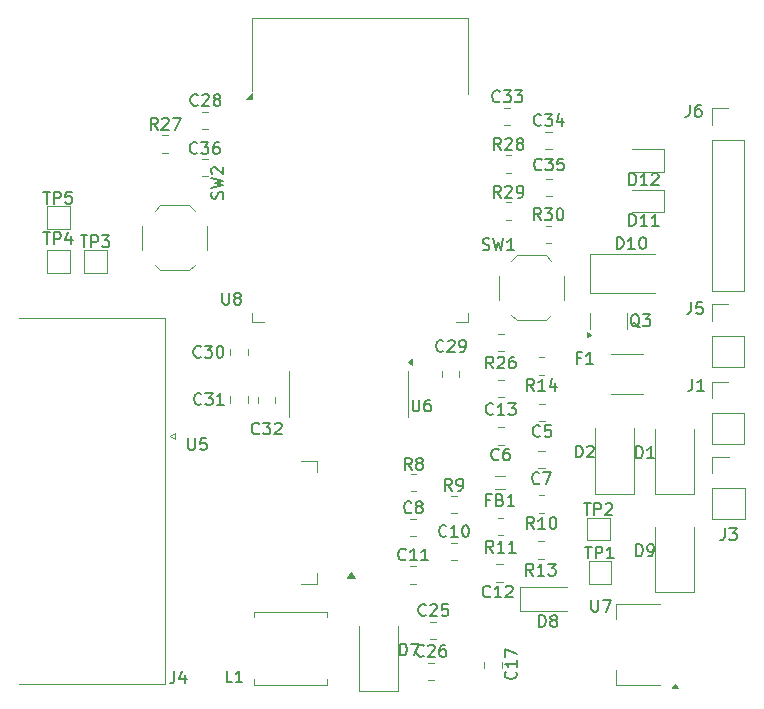
<source format=gbr>
%TF.GenerationSoftware,KiCad,Pcbnew,9.0.2*%
%TF.CreationDate,2025-08-22T10:47:20-03:00*%
%TF.ProjectId,Projeto SIllion,50726f6a-6574-46f2-9053-496c6c696f6e,rev?*%
%TF.SameCoordinates,Original*%
%TF.FileFunction,Legend,Top*%
%TF.FilePolarity,Positive*%
%FSLAX46Y46*%
G04 Gerber Fmt 4.6, Leading zero omitted, Abs format (unit mm)*
G04 Created by KiCad (PCBNEW 9.0.2) date 2025-08-22 10:47:20*
%MOMM*%
%LPD*%
G01*
G04 APERTURE LIST*
%ADD10C,0.150000*%
%ADD11C,0.120000*%
G04 APERTURE END LIST*
D10*
X138483333Y-99709580D02*
X138435714Y-99757200D01*
X138435714Y-99757200D02*
X138292857Y-99804819D01*
X138292857Y-99804819D02*
X138197619Y-99804819D01*
X138197619Y-99804819D02*
X138054762Y-99757200D01*
X138054762Y-99757200D02*
X137959524Y-99661961D01*
X137959524Y-99661961D02*
X137911905Y-99566723D01*
X137911905Y-99566723D02*
X137864286Y-99376247D01*
X137864286Y-99376247D02*
X137864286Y-99233390D01*
X137864286Y-99233390D02*
X137911905Y-99042914D01*
X137911905Y-99042914D02*
X137959524Y-98947676D01*
X137959524Y-98947676D02*
X138054762Y-98852438D01*
X138054762Y-98852438D02*
X138197619Y-98804819D01*
X138197619Y-98804819D02*
X138292857Y-98804819D01*
X138292857Y-98804819D02*
X138435714Y-98852438D01*
X138435714Y-98852438D02*
X138483333Y-98900057D01*
X138816667Y-98804819D02*
X139483333Y-98804819D01*
X139483333Y-98804819D02*
X139054762Y-99804819D01*
X151216666Y-67704819D02*
X151216666Y-68419104D01*
X151216666Y-68419104D02*
X151169047Y-68561961D01*
X151169047Y-68561961D02*
X151073809Y-68657200D01*
X151073809Y-68657200D02*
X150930952Y-68704819D01*
X150930952Y-68704819D02*
X150835714Y-68704819D01*
X152121428Y-67704819D02*
X151930952Y-67704819D01*
X151930952Y-67704819D02*
X151835714Y-67752438D01*
X151835714Y-67752438D02*
X151788095Y-67800057D01*
X151788095Y-67800057D02*
X151692857Y-67942914D01*
X151692857Y-67942914D02*
X151645238Y-68133390D01*
X151645238Y-68133390D02*
X151645238Y-68514342D01*
X151645238Y-68514342D02*
X151692857Y-68609580D01*
X151692857Y-68609580D02*
X151740476Y-68657200D01*
X151740476Y-68657200D02*
X151835714Y-68704819D01*
X151835714Y-68704819D02*
X152026190Y-68704819D01*
X152026190Y-68704819D02*
X152121428Y-68657200D01*
X152121428Y-68657200D02*
X152169047Y-68609580D01*
X152169047Y-68609580D02*
X152216666Y-68514342D01*
X152216666Y-68514342D02*
X152216666Y-68276247D01*
X152216666Y-68276247D02*
X152169047Y-68181009D01*
X152169047Y-68181009D02*
X152121428Y-68133390D01*
X152121428Y-68133390D02*
X152026190Y-68085771D01*
X152026190Y-68085771D02*
X151835714Y-68085771D01*
X151835714Y-68085771D02*
X151740476Y-68133390D01*
X151740476Y-68133390D02*
X151692857Y-68181009D01*
X151692857Y-68181009D02*
X151645238Y-68276247D01*
X128857142Y-110879580D02*
X128809523Y-110927200D01*
X128809523Y-110927200D02*
X128666666Y-110974819D01*
X128666666Y-110974819D02*
X128571428Y-110974819D01*
X128571428Y-110974819D02*
X128428571Y-110927200D01*
X128428571Y-110927200D02*
X128333333Y-110831961D01*
X128333333Y-110831961D02*
X128285714Y-110736723D01*
X128285714Y-110736723D02*
X128238095Y-110546247D01*
X128238095Y-110546247D02*
X128238095Y-110403390D01*
X128238095Y-110403390D02*
X128285714Y-110212914D01*
X128285714Y-110212914D02*
X128333333Y-110117676D01*
X128333333Y-110117676D02*
X128428571Y-110022438D01*
X128428571Y-110022438D02*
X128571428Y-109974819D01*
X128571428Y-109974819D02*
X128666666Y-109974819D01*
X128666666Y-109974819D02*
X128809523Y-110022438D01*
X128809523Y-110022438D02*
X128857142Y-110070057D01*
X129238095Y-110070057D02*
X129285714Y-110022438D01*
X129285714Y-110022438D02*
X129380952Y-109974819D01*
X129380952Y-109974819D02*
X129619047Y-109974819D01*
X129619047Y-109974819D02*
X129714285Y-110022438D01*
X129714285Y-110022438D02*
X129761904Y-110070057D01*
X129761904Y-110070057D02*
X129809523Y-110165295D01*
X129809523Y-110165295D02*
X129809523Y-110260533D01*
X129809523Y-110260533D02*
X129761904Y-110403390D01*
X129761904Y-110403390D02*
X129190476Y-110974819D01*
X129190476Y-110974819D02*
X129809523Y-110974819D01*
X130714285Y-109974819D02*
X130238095Y-109974819D01*
X130238095Y-109974819D02*
X130190476Y-110451009D01*
X130190476Y-110451009D02*
X130238095Y-110403390D01*
X130238095Y-110403390D02*
X130333333Y-110355771D01*
X130333333Y-110355771D02*
X130571428Y-110355771D01*
X130571428Y-110355771D02*
X130666666Y-110403390D01*
X130666666Y-110403390D02*
X130714285Y-110451009D01*
X130714285Y-110451009D02*
X130761904Y-110546247D01*
X130761904Y-110546247D02*
X130761904Y-110784342D01*
X130761904Y-110784342D02*
X130714285Y-110879580D01*
X130714285Y-110879580D02*
X130666666Y-110927200D01*
X130666666Y-110927200D02*
X130571428Y-110974819D01*
X130571428Y-110974819D02*
X130333333Y-110974819D01*
X130333333Y-110974819D02*
X130238095Y-110927200D01*
X130238095Y-110927200D02*
X130190476Y-110879580D01*
X127157142Y-106179580D02*
X127109523Y-106227200D01*
X127109523Y-106227200D02*
X126966666Y-106274819D01*
X126966666Y-106274819D02*
X126871428Y-106274819D01*
X126871428Y-106274819D02*
X126728571Y-106227200D01*
X126728571Y-106227200D02*
X126633333Y-106131961D01*
X126633333Y-106131961D02*
X126585714Y-106036723D01*
X126585714Y-106036723D02*
X126538095Y-105846247D01*
X126538095Y-105846247D02*
X126538095Y-105703390D01*
X126538095Y-105703390D02*
X126585714Y-105512914D01*
X126585714Y-105512914D02*
X126633333Y-105417676D01*
X126633333Y-105417676D02*
X126728571Y-105322438D01*
X126728571Y-105322438D02*
X126871428Y-105274819D01*
X126871428Y-105274819D02*
X126966666Y-105274819D01*
X126966666Y-105274819D02*
X127109523Y-105322438D01*
X127109523Y-105322438D02*
X127157142Y-105370057D01*
X128109523Y-106274819D02*
X127538095Y-106274819D01*
X127823809Y-106274819D02*
X127823809Y-105274819D01*
X127823809Y-105274819D02*
X127728571Y-105417676D01*
X127728571Y-105417676D02*
X127633333Y-105512914D01*
X127633333Y-105512914D02*
X127538095Y-105560533D01*
X129061904Y-106274819D02*
X128490476Y-106274819D01*
X128776190Y-106274819D02*
X128776190Y-105274819D01*
X128776190Y-105274819D02*
X128680952Y-105417676D01*
X128680952Y-105417676D02*
X128585714Y-105512914D01*
X128585714Y-105512914D02*
X128490476Y-105560533D01*
X108738095Y-95904819D02*
X108738095Y-96714342D01*
X108738095Y-96714342D02*
X108785714Y-96809580D01*
X108785714Y-96809580D02*
X108833333Y-96857200D01*
X108833333Y-96857200D02*
X108928571Y-96904819D01*
X108928571Y-96904819D02*
X109119047Y-96904819D01*
X109119047Y-96904819D02*
X109214285Y-96857200D01*
X109214285Y-96857200D02*
X109261904Y-96809580D01*
X109261904Y-96809580D02*
X109309523Y-96714342D01*
X109309523Y-96714342D02*
X109309523Y-95904819D01*
X110261904Y-95904819D02*
X109785714Y-95904819D01*
X109785714Y-95904819D02*
X109738095Y-96381009D01*
X109738095Y-96381009D02*
X109785714Y-96333390D01*
X109785714Y-96333390D02*
X109880952Y-96285771D01*
X109880952Y-96285771D02*
X110119047Y-96285771D01*
X110119047Y-96285771D02*
X110214285Y-96333390D01*
X110214285Y-96333390D02*
X110261904Y-96381009D01*
X110261904Y-96381009D02*
X110309523Y-96476247D01*
X110309523Y-96476247D02*
X110309523Y-96714342D01*
X110309523Y-96714342D02*
X110261904Y-96809580D01*
X110261904Y-96809580D02*
X110214285Y-96857200D01*
X110214285Y-96857200D02*
X110119047Y-96904819D01*
X110119047Y-96904819D02*
X109880952Y-96904819D01*
X109880952Y-96904819D02*
X109785714Y-96857200D01*
X109785714Y-96857200D02*
X109738095Y-96809580D01*
X138007142Y-103604819D02*
X137673809Y-103128628D01*
X137435714Y-103604819D02*
X137435714Y-102604819D01*
X137435714Y-102604819D02*
X137816666Y-102604819D01*
X137816666Y-102604819D02*
X137911904Y-102652438D01*
X137911904Y-102652438D02*
X137959523Y-102700057D01*
X137959523Y-102700057D02*
X138007142Y-102795295D01*
X138007142Y-102795295D02*
X138007142Y-102938152D01*
X138007142Y-102938152D02*
X137959523Y-103033390D01*
X137959523Y-103033390D02*
X137911904Y-103081009D01*
X137911904Y-103081009D02*
X137816666Y-103128628D01*
X137816666Y-103128628D02*
X137435714Y-103128628D01*
X138959523Y-103604819D02*
X138388095Y-103604819D01*
X138673809Y-103604819D02*
X138673809Y-102604819D01*
X138673809Y-102604819D02*
X138578571Y-102747676D01*
X138578571Y-102747676D02*
X138483333Y-102842914D01*
X138483333Y-102842914D02*
X138388095Y-102890533D01*
X139578571Y-102604819D02*
X139673809Y-102604819D01*
X139673809Y-102604819D02*
X139769047Y-102652438D01*
X139769047Y-102652438D02*
X139816666Y-102700057D01*
X139816666Y-102700057D02*
X139864285Y-102795295D01*
X139864285Y-102795295D02*
X139911904Y-102985771D01*
X139911904Y-102985771D02*
X139911904Y-103223866D01*
X139911904Y-103223866D02*
X139864285Y-103414342D01*
X139864285Y-103414342D02*
X139816666Y-103509580D01*
X139816666Y-103509580D02*
X139769047Y-103557200D01*
X139769047Y-103557200D02*
X139673809Y-103604819D01*
X139673809Y-103604819D02*
X139578571Y-103604819D01*
X139578571Y-103604819D02*
X139483333Y-103557200D01*
X139483333Y-103557200D02*
X139435714Y-103509580D01*
X139435714Y-103509580D02*
X139388095Y-103414342D01*
X139388095Y-103414342D02*
X139340476Y-103223866D01*
X139340476Y-103223866D02*
X139340476Y-102985771D01*
X139340476Y-102985771D02*
X139388095Y-102795295D01*
X139388095Y-102795295D02*
X139435714Y-102700057D01*
X139435714Y-102700057D02*
X139483333Y-102652438D01*
X139483333Y-102652438D02*
X139578571Y-102604819D01*
X111657200Y-75633332D02*
X111704819Y-75490475D01*
X111704819Y-75490475D02*
X111704819Y-75252380D01*
X111704819Y-75252380D02*
X111657200Y-75157142D01*
X111657200Y-75157142D02*
X111609580Y-75109523D01*
X111609580Y-75109523D02*
X111514342Y-75061904D01*
X111514342Y-75061904D02*
X111419104Y-75061904D01*
X111419104Y-75061904D02*
X111323866Y-75109523D01*
X111323866Y-75109523D02*
X111276247Y-75157142D01*
X111276247Y-75157142D02*
X111228628Y-75252380D01*
X111228628Y-75252380D02*
X111181009Y-75442856D01*
X111181009Y-75442856D02*
X111133390Y-75538094D01*
X111133390Y-75538094D02*
X111085771Y-75585713D01*
X111085771Y-75585713D02*
X110990533Y-75633332D01*
X110990533Y-75633332D02*
X110895295Y-75633332D01*
X110895295Y-75633332D02*
X110800057Y-75585713D01*
X110800057Y-75585713D02*
X110752438Y-75538094D01*
X110752438Y-75538094D02*
X110704819Y-75442856D01*
X110704819Y-75442856D02*
X110704819Y-75204761D01*
X110704819Y-75204761D02*
X110752438Y-75061904D01*
X110704819Y-74728570D02*
X111704819Y-74490475D01*
X111704819Y-74490475D02*
X110990533Y-74299999D01*
X110990533Y-74299999D02*
X111704819Y-74109523D01*
X111704819Y-74109523D02*
X110704819Y-73871428D01*
X110800057Y-73538094D02*
X110752438Y-73490475D01*
X110752438Y-73490475D02*
X110704819Y-73395237D01*
X110704819Y-73395237D02*
X110704819Y-73157142D01*
X110704819Y-73157142D02*
X110752438Y-73061904D01*
X110752438Y-73061904D02*
X110800057Y-73014285D01*
X110800057Y-73014285D02*
X110895295Y-72966666D01*
X110895295Y-72966666D02*
X110990533Y-72966666D01*
X110990533Y-72966666D02*
X111133390Y-73014285D01*
X111133390Y-73014285D02*
X111704819Y-73585713D01*
X111704819Y-73585713D02*
X111704819Y-72966666D01*
X142888095Y-109604819D02*
X142888095Y-110414342D01*
X142888095Y-110414342D02*
X142935714Y-110509580D01*
X142935714Y-110509580D02*
X142983333Y-110557200D01*
X142983333Y-110557200D02*
X143078571Y-110604819D01*
X143078571Y-110604819D02*
X143269047Y-110604819D01*
X143269047Y-110604819D02*
X143364285Y-110557200D01*
X143364285Y-110557200D02*
X143411904Y-110509580D01*
X143411904Y-110509580D02*
X143459523Y-110414342D01*
X143459523Y-110414342D02*
X143459523Y-109604819D01*
X143840476Y-109604819D02*
X144507142Y-109604819D01*
X144507142Y-109604819D02*
X144078571Y-110604819D01*
X106144642Y-69804819D02*
X105811309Y-69328628D01*
X105573214Y-69804819D02*
X105573214Y-68804819D01*
X105573214Y-68804819D02*
X105954166Y-68804819D01*
X105954166Y-68804819D02*
X106049404Y-68852438D01*
X106049404Y-68852438D02*
X106097023Y-68900057D01*
X106097023Y-68900057D02*
X106144642Y-68995295D01*
X106144642Y-68995295D02*
X106144642Y-69138152D01*
X106144642Y-69138152D02*
X106097023Y-69233390D01*
X106097023Y-69233390D02*
X106049404Y-69281009D01*
X106049404Y-69281009D02*
X105954166Y-69328628D01*
X105954166Y-69328628D02*
X105573214Y-69328628D01*
X106525595Y-68900057D02*
X106573214Y-68852438D01*
X106573214Y-68852438D02*
X106668452Y-68804819D01*
X106668452Y-68804819D02*
X106906547Y-68804819D01*
X106906547Y-68804819D02*
X107001785Y-68852438D01*
X107001785Y-68852438D02*
X107049404Y-68900057D01*
X107049404Y-68900057D02*
X107097023Y-68995295D01*
X107097023Y-68995295D02*
X107097023Y-69090533D01*
X107097023Y-69090533D02*
X107049404Y-69233390D01*
X107049404Y-69233390D02*
X106477976Y-69804819D01*
X106477976Y-69804819D02*
X107097023Y-69804819D01*
X107430357Y-68804819D02*
X108097023Y-68804819D01*
X108097023Y-68804819D02*
X107668452Y-69804819D01*
X138007142Y-91904819D02*
X137673809Y-91428628D01*
X137435714Y-91904819D02*
X137435714Y-90904819D01*
X137435714Y-90904819D02*
X137816666Y-90904819D01*
X137816666Y-90904819D02*
X137911904Y-90952438D01*
X137911904Y-90952438D02*
X137959523Y-91000057D01*
X137959523Y-91000057D02*
X138007142Y-91095295D01*
X138007142Y-91095295D02*
X138007142Y-91238152D01*
X138007142Y-91238152D02*
X137959523Y-91333390D01*
X137959523Y-91333390D02*
X137911904Y-91381009D01*
X137911904Y-91381009D02*
X137816666Y-91428628D01*
X137816666Y-91428628D02*
X137435714Y-91428628D01*
X138959523Y-91904819D02*
X138388095Y-91904819D01*
X138673809Y-91904819D02*
X138673809Y-90904819D01*
X138673809Y-90904819D02*
X138578571Y-91047676D01*
X138578571Y-91047676D02*
X138483333Y-91142914D01*
X138483333Y-91142914D02*
X138388095Y-91190533D01*
X139816666Y-91238152D02*
X139816666Y-91904819D01*
X139578571Y-90857200D02*
X139340476Y-91571485D01*
X139340476Y-91571485D02*
X139959523Y-91571485D01*
X146661905Y-97604819D02*
X146661905Y-96604819D01*
X146661905Y-96604819D02*
X146900000Y-96604819D01*
X146900000Y-96604819D02*
X147042857Y-96652438D01*
X147042857Y-96652438D02*
X147138095Y-96747676D01*
X147138095Y-96747676D02*
X147185714Y-96842914D01*
X147185714Y-96842914D02*
X147233333Y-97033390D01*
X147233333Y-97033390D02*
X147233333Y-97176247D01*
X147233333Y-97176247D02*
X147185714Y-97366723D01*
X147185714Y-97366723D02*
X147138095Y-97461961D01*
X147138095Y-97461961D02*
X147042857Y-97557200D01*
X147042857Y-97557200D02*
X146900000Y-97604819D01*
X146900000Y-97604819D02*
X146661905Y-97604819D01*
X148185714Y-97604819D02*
X147614286Y-97604819D01*
X147900000Y-97604819D02*
X147900000Y-96604819D01*
X147900000Y-96604819D02*
X147804762Y-96747676D01*
X147804762Y-96747676D02*
X147709524Y-96842914D01*
X147709524Y-96842914D02*
X147614286Y-96890533D01*
X131070833Y-100354819D02*
X130737500Y-99878628D01*
X130499405Y-100354819D02*
X130499405Y-99354819D01*
X130499405Y-99354819D02*
X130880357Y-99354819D01*
X130880357Y-99354819D02*
X130975595Y-99402438D01*
X130975595Y-99402438D02*
X131023214Y-99450057D01*
X131023214Y-99450057D02*
X131070833Y-99545295D01*
X131070833Y-99545295D02*
X131070833Y-99688152D01*
X131070833Y-99688152D02*
X131023214Y-99783390D01*
X131023214Y-99783390D02*
X130975595Y-99831009D01*
X130975595Y-99831009D02*
X130880357Y-99878628D01*
X130880357Y-99878628D02*
X130499405Y-99878628D01*
X131547024Y-100354819D02*
X131737500Y-100354819D01*
X131737500Y-100354819D02*
X131832738Y-100307200D01*
X131832738Y-100307200D02*
X131880357Y-100259580D01*
X131880357Y-100259580D02*
X131975595Y-100116723D01*
X131975595Y-100116723D02*
X132023214Y-99926247D01*
X132023214Y-99926247D02*
X132023214Y-99545295D01*
X132023214Y-99545295D02*
X131975595Y-99450057D01*
X131975595Y-99450057D02*
X131927976Y-99402438D01*
X131927976Y-99402438D02*
X131832738Y-99354819D01*
X131832738Y-99354819D02*
X131642262Y-99354819D01*
X131642262Y-99354819D02*
X131547024Y-99402438D01*
X131547024Y-99402438D02*
X131499405Y-99450057D01*
X131499405Y-99450057D02*
X131451786Y-99545295D01*
X131451786Y-99545295D02*
X131451786Y-99783390D01*
X131451786Y-99783390D02*
X131499405Y-99878628D01*
X131499405Y-99878628D02*
X131547024Y-99926247D01*
X131547024Y-99926247D02*
X131642262Y-99973866D01*
X131642262Y-99973866D02*
X131832738Y-99973866D01*
X131832738Y-99973866D02*
X131927976Y-99926247D01*
X131927976Y-99926247D02*
X131975595Y-99878628D01*
X131975595Y-99878628D02*
X132023214Y-99783390D01*
X146954761Y-86537557D02*
X146859523Y-86489938D01*
X146859523Y-86489938D02*
X146764285Y-86394700D01*
X146764285Y-86394700D02*
X146621428Y-86251842D01*
X146621428Y-86251842D02*
X146526190Y-86204223D01*
X146526190Y-86204223D02*
X146430952Y-86204223D01*
X146478571Y-86442319D02*
X146383333Y-86394700D01*
X146383333Y-86394700D02*
X146288095Y-86299461D01*
X146288095Y-86299461D02*
X146240476Y-86108985D01*
X146240476Y-86108985D02*
X146240476Y-85775652D01*
X146240476Y-85775652D02*
X146288095Y-85585176D01*
X146288095Y-85585176D02*
X146383333Y-85489938D01*
X146383333Y-85489938D02*
X146478571Y-85442319D01*
X146478571Y-85442319D02*
X146669047Y-85442319D01*
X146669047Y-85442319D02*
X146764285Y-85489938D01*
X146764285Y-85489938D02*
X146859523Y-85585176D01*
X146859523Y-85585176D02*
X146907142Y-85775652D01*
X146907142Y-85775652D02*
X146907142Y-86108985D01*
X146907142Y-86108985D02*
X146859523Y-86299461D01*
X146859523Y-86299461D02*
X146764285Y-86394700D01*
X146764285Y-86394700D02*
X146669047Y-86442319D01*
X146669047Y-86442319D02*
X146478571Y-86442319D01*
X147240476Y-85442319D02*
X147859523Y-85442319D01*
X147859523Y-85442319D02*
X147526190Y-85823271D01*
X147526190Y-85823271D02*
X147669047Y-85823271D01*
X147669047Y-85823271D02*
X147764285Y-85870890D01*
X147764285Y-85870890D02*
X147811904Y-85918509D01*
X147811904Y-85918509D02*
X147859523Y-86013747D01*
X147859523Y-86013747D02*
X147859523Y-86251842D01*
X147859523Y-86251842D02*
X147811904Y-86347080D01*
X147811904Y-86347080D02*
X147764285Y-86394700D01*
X147764285Y-86394700D02*
X147669047Y-86442319D01*
X147669047Y-86442319D02*
X147383333Y-86442319D01*
X147383333Y-86442319D02*
X147288095Y-86394700D01*
X147288095Y-86394700D02*
X147240476Y-86347080D01*
X109507142Y-71759580D02*
X109459523Y-71807200D01*
X109459523Y-71807200D02*
X109316666Y-71854819D01*
X109316666Y-71854819D02*
X109221428Y-71854819D01*
X109221428Y-71854819D02*
X109078571Y-71807200D01*
X109078571Y-71807200D02*
X108983333Y-71711961D01*
X108983333Y-71711961D02*
X108935714Y-71616723D01*
X108935714Y-71616723D02*
X108888095Y-71426247D01*
X108888095Y-71426247D02*
X108888095Y-71283390D01*
X108888095Y-71283390D02*
X108935714Y-71092914D01*
X108935714Y-71092914D02*
X108983333Y-70997676D01*
X108983333Y-70997676D02*
X109078571Y-70902438D01*
X109078571Y-70902438D02*
X109221428Y-70854819D01*
X109221428Y-70854819D02*
X109316666Y-70854819D01*
X109316666Y-70854819D02*
X109459523Y-70902438D01*
X109459523Y-70902438D02*
X109507142Y-70950057D01*
X109840476Y-70854819D02*
X110459523Y-70854819D01*
X110459523Y-70854819D02*
X110126190Y-71235771D01*
X110126190Y-71235771D02*
X110269047Y-71235771D01*
X110269047Y-71235771D02*
X110364285Y-71283390D01*
X110364285Y-71283390D02*
X110411904Y-71331009D01*
X110411904Y-71331009D02*
X110459523Y-71426247D01*
X110459523Y-71426247D02*
X110459523Y-71664342D01*
X110459523Y-71664342D02*
X110411904Y-71759580D01*
X110411904Y-71759580D02*
X110364285Y-71807200D01*
X110364285Y-71807200D02*
X110269047Y-71854819D01*
X110269047Y-71854819D02*
X109983333Y-71854819D01*
X109983333Y-71854819D02*
X109888095Y-71807200D01*
X109888095Y-71807200D02*
X109840476Y-71759580D01*
X111316666Y-70854819D02*
X111126190Y-70854819D01*
X111126190Y-70854819D02*
X111030952Y-70902438D01*
X111030952Y-70902438D02*
X110983333Y-70950057D01*
X110983333Y-70950057D02*
X110888095Y-71092914D01*
X110888095Y-71092914D02*
X110840476Y-71283390D01*
X110840476Y-71283390D02*
X110840476Y-71664342D01*
X110840476Y-71664342D02*
X110888095Y-71759580D01*
X110888095Y-71759580D02*
X110935714Y-71807200D01*
X110935714Y-71807200D02*
X111030952Y-71854819D01*
X111030952Y-71854819D02*
X111221428Y-71854819D01*
X111221428Y-71854819D02*
X111316666Y-71807200D01*
X111316666Y-71807200D02*
X111364285Y-71759580D01*
X111364285Y-71759580D02*
X111411904Y-71664342D01*
X111411904Y-71664342D02*
X111411904Y-71426247D01*
X111411904Y-71426247D02*
X111364285Y-71331009D01*
X111364285Y-71331009D02*
X111316666Y-71283390D01*
X111316666Y-71283390D02*
X111221428Y-71235771D01*
X111221428Y-71235771D02*
X111030952Y-71235771D01*
X111030952Y-71235771D02*
X110935714Y-71283390D01*
X110935714Y-71283390D02*
X110888095Y-71331009D01*
X110888095Y-71331009D02*
X110840476Y-71426247D01*
X111638095Y-83604819D02*
X111638095Y-84414342D01*
X111638095Y-84414342D02*
X111685714Y-84509580D01*
X111685714Y-84509580D02*
X111733333Y-84557200D01*
X111733333Y-84557200D02*
X111828571Y-84604819D01*
X111828571Y-84604819D02*
X112019047Y-84604819D01*
X112019047Y-84604819D02*
X112114285Y-84557200D01*
X112114285Y-84557200D02*
X112161904Y-84509580D01*
X112161904Y-84509580D02*
X112209523Y-84414342D01*
X112209523Y-84414342D02*
X112209523Y-83604819D01*
X112828571Y-84033390D02*
X112733333Y-83985771D01*
X112733333Y-83985771D02*
X112685714Y-83938152D01*
X112685714Y-83938152D02*
X112638095Y-83842914D01*
X112638095Y-83842914D02*
X112638095Y-83795295D01*
X112638095Y-83795295D02*
X112685714Y-83700057D01*
X112685714Y-83700057D02*
X112733333Y-83652438D01*
X112733333Y-83652438D02*
X112828571Y-83604819D01*
X112828571Y-83604819D02*
X113019047Y-83604819D01*
X113019047Y-83604819D02*
X113114285Y-83652438D01*
X113114285Y-83652438D02*
X113161904Y-83700057D01*
X113161904Y-83700057D02*
X113209523Y-83795295D01*
X113209523Y-83795295D02*
X113209523Y-83842914D01*
X113209523Y-83842914D02*
X113161904Y-83938152D01*
X113161904Y-83938152D02*
X113114285Y-83985771D01*
X113114285Y-83985771D02*
X113019047Y-84033390D01*
X113019047Y-84033390D02*
X112828571Y-84033390D01*
X112828571Y-84033390D02*
X112733333Y-84081009D01*
X112733333Y-84081009D02*
X112685714Y-84128628D01*
X112685714Y-84128628D02*
X112638095Y-84223866D01*
X112638095Y-84223866D02*
X112638095Y-84414342D01*
X112638095Y-84414342D02*
X112685714Y-84509580D01*
X112685714Y-84509580D02*
X112733333Y-84557200D01*
X112733333Y-84557200D02*
X112828571Y-84604819D01*
X112828571Y-84604819D02*
X113019047Y-84604819D01*
X113019047Y-84604819D02*
X113114285Y-84557200D01*
X113114285Y-84557200D02*
X113161904Y-84509580D01*
X113161904Y-84509580D02*
X113209523Y-84414342D01*
X113209523Y-84414342D02*
X113209523Y-84223866D01*
X113209523Y-84223866D02*
X113161904Y-84128628D01*
X113161904Y-84128628D02*
X113114285Y-84081009D01*
X113114285Y-84081009D02*
X113019047Y-84033390D01*
X135033333Y-97709580D02*
X134985714Y-97757200D01*
X134985714Y-97757200D02*
X134842857Y-97804819D01*
X134842857Y-97804819D02*
X134747619Y-97804819D01*
X134747619Y-97804819D02*
X134604762Y-97757200D01*
X134604762Y-97757200D02*
X134509524Y-97661961D01*
X134509524Y-97661961D02*
X134461905Y-97566723D01*
X134461905Y-97566723D02*
X134414286Y-97376247D01*
X134414286Y-97376247D02*
X134414286Y-97233390D01*
X134414286Y-97233390D02*
X134461905Y-97042914D01*
X134461905Y-97042914D02*
X134509524Y-96947676D01*
X134509524Y-96947676D02*
X134604762Y-96852438D01*
X134604762Y-96852438D02*
X134747619Y-96804819D01*
X134747619Y-96804819D02*
X134842857Y-96804819D01*
X134842857Y-96804819D02*
X134985714Y-96852438D01*
X134985714Y-96852438D02*
X135033333Y-96900057D01*
X135890476Y-96804819D02*
X135700000Y-96804819D01*
X135700000Y-96804819D02*
X135604762Y-96852438D01*
X135604762Y-96852438D02*
X135557143Y-96900057D01*
X135557143Y-96900057D02*
X135461905Y-97042914D01*
X135461905Y-97042914D02*
X135414286Y-97233390D01*
X135414286Y-97233390D02*
X135414286Y-97614342D01*
X135414286Y-97614342D02*
X135461905Y-97709580D01*
X135461905Y-97709580D02*
X135509524Y-97757200D01*
X135509524Y-97757200D02*
X135604762Y-97804819D01*
X135604762Y-97804819D02*
X135795238Y-97804819D01*
X135795238Y-97804819D02*
X135890476Y-97757200D01*
X135890476Y-97757200D02*
X135938095Y-97709580D01*
X135938095Y-97709580D02*
X135985714Y-97614342D01*
X135985714Y-97614342D02*
X135985714Y-97376247D01*
X135985714Y-97376247D02*
X135938095Y-97281009D01*
X135938095Y-97281009D02*
X135890476Y-97233390D01*
X135890476Y-97233390D02*
X135795238Y-97185771D01*
X135795238Y-97185771D02*
X135604762Y-97185771D01*
X135604762Y-97185771D02*
X135509524Y-97233390D01*
X135509524Y-97233390D02*
X135461905Y-97281009D01*
X135461905Y-97281009D02*
X135414286Y-97376247D01*
X134307142Y-109309580D02*
X134259523Y-109357200D01*
X134259523Y-109357200D02*
X134116666Y-109404819D01*
X134116666Y-109404819D02*
X134021428Y-109404819D01*
X134021428Y-109404819D02*
X133878571Y-109357200D01*
X133878571Y-109357200D02*
X133783333Y-109261961D01*
X133783333Y-109261961D02*
X133735714Y-109166723D01*
X133735714Y-109166723D02*
X133688095Y-108976247D01*
X133688095Y-108976247D02*
X133688095Y-108833390D01*
X133688095Y-108833390D02*
X133735714Y-108642914D01*
X133735714Y-108642914D02*
X133783333Y-108547676D01*
X133783333Y-108547676D02*
X133878571Y-108452438D01*
X133878571Y-108452438D02*
X134021428Y-108404819D01*
X134021428Y-108404819D02*
X134116666Y-108404819D01*
X134116666Y-108404819D02*
X134259523Y-108452438D01*
X134259523Y-108452438D02*
X134307142Y-108500057D01*
X135259523Y-109404819D02*
X134688095Y-109404819D01*
X134973809Y-109404819D02*
X134973809Y-108404819D01*
X134973809Y-108404819D02*
X134878571Y-108547676D01*
X134878571Y-108547676D02*
X134783333Y-108642914D01*
X134783333Y-108642914D02*
X134688095Y-108690533D01*
X135640476Y-108500057D02*
X135688095Y-108452438D01*
X135688095Y-108452438D02*
X135783333Y-108404819D01*
X135783333Y-108404819D02*
X136021428Y-108404819D01*
X136021428Y-108404819D02*
X136116666Y-108452438D01*
X136116666Y-108452438D02*
X136164285Y-108500057D01*
X136164285Y-108500057D02*
X136211904Y-108595295D01*
X136211904Y-108595295D02*
X136211904Y-108690533D01*
X136211904Y-108690533D02*
X136164285Y-108833390D01*
X136164285Y-108833390D02*
X135592857Y-109404819D01*
X135592857Y-109404819D02*
X136211904Y-109404819D01*
X112483333Y-116604819D02*
X112007143Y-116604819D01*
X112007143Y-116604819D02*
X112007143Y-115604819D01*
X113340476Y-116604819D02*
X112769048Y-116604819D01*
X113054762Y-116604819D02*
X113054762Y-115604819D01*
X113054762Y-115604819D02*
X112959524Y-115747676D01*
X112959524Y-115747676D02*
X112864286Y-115842914D01*
X112864286Y-115842914D02*
X112769048Y-115890533D01*
X99638095Y-78756819D02*
X100209523Y-78756819D01*
X99923809Y-79756819D02*
X99923809Y-78756819D01*
X100542857Y-79756819D02*
X100542857Y-78756819D01*
X100542857Y-78756819D02*
X100923809Y-78756819D01*
X100923809Y-78756819D02*
X101019047Y-78804438D01*
X101019047Y-78804438D02*
X101066666Y-78852057D01*
X101066666Y-78852057D02*
X101114285Y-78947295D01*
X101114285Y-78947295D02*
X101114285Y-79090152D01*
X101114285Y-79090152D02*
X101066666Y-79185390D01*
X101066666Y-79185390D02*
X101019047Y-79233009D01*
X101019047Y-79233009D02*
X100923809Y-79280628D01*
X100923809Y-79280628D02*
X100542857Y-79280628D01*
X101447619Y-78756819D02*
X102066666Y-78756819D01*
X102066666Y-78756819D02*
X101733333Y-79137771D01*
X101733333Y-79137771D02*
X101876190Y-79137771D01*
X101876190Y-79137771D02*
X101971428Y-79185390D01*
X101971428Y-79185390D02*
X102019047Y-79233009D01*
X102019047Y-79233009D02*
X102066666Y-79328247D01*
X102066666Y-79328247D02*
X102066666Y-79566342D01*
X102066666Y-79566342D02*
X102019047Y-79661580D01*
X102019047Y-79661580D02*
X101971428Y-79709200D01*
X101971428Y-79709200D02*
X101876190Y-79756819D01*
X101876190Y-79756819D02*
X101590476Y-79756819D01*
X101590476Y-79756819D02*
X101495238Y-79709200D01*
X101495238Y-79709200D02*
X101447619Y-79661580D01*
X146661905Y-105904819D02*
X146661905Y-104904819D01*
X146661905Y-104904819D02*
X146900000Y-104904819D01*
X146900000Y-104904819D02*
X147042857Y-104952438D01*
X147042857Y-104952438D02*
X147138095Y-105047676D01*
X147138095Y-105047676D02*
X147185714Y-105142914D01*
X147185714Y-105142914D02*
X147233333Y-105333390D01*
X147233333Y-105333390D02*
X147233333Y-105476247D01*
X147233333Y-105476247D02*
X147185714Y-105666723D01*
X147185714Y-105666723D02*
X147138095Y-105761961D01*
X147138095Y-105761961D02*
X147042857Y-105857200D01*
X147042857Y-105857200D02*
X146900000Y-105904819D01*
X146900000Y-105904819D02*
X146661905Y-105904819D01*
X147709524Y-105904819D02*
X147900000Y-105904819D01*
X147900000Y-105904819D02*
X147995238Y-105857200D01*
X147995238Y-105857200D02*
X148042857Y-105809580D01*
X148042857Y-105809580D02*
X148138095Y-105666723D01*
X148138095Y-105666723D02*
X148185714Y-105476247D01*
X148185714Y-105476247D02*
X148185714Y-105095295D01*
X148185714Y-105095295D02*
X148138095Y-105000057D01*
X148138095Y-105000057D02*
X148090476Y-104952438D01*
X148090476Y-104952438D02*
X147995238Y-104904819D01*
X147995238Y-104904819D02*
X147804762Y-104904819D01*
X147804762Y-104904819D02*
X147709524Y-104952438D01*
X147709524Y-104952438D02*
X147661905Y-105000057D01*
X147661905Y-105000057D02*
X147614286Y-105095295D01*
X147614286Y-105095295D02*
X147614286Y-105333390D01*
X147614286Y-105333390D02*
X147661905Y-105428628D01*
X147661905Y-105428628D02*
X147709524Y-105476247D01*
X147709524Y-105476247D02*
X147804762Y-105523866D01*
X147804762Y-105523866D02*
X147995238Y-105523866D01*
X147995238Y-105523866D02*
X148090476Y-105476247D01*
X148090476Y-105476247D02*
X148138095Y-105428628D01*
X148138095Y-105428628D02*
X148185714Y-105333390D01*
X127670833Y-98604819D02*
X127337500Y-98128628D01*
X127099405Y-98604819D02*
X127099405Y-97604819D01*
X127099405Y-97604819D02*
X127480357Y-97604819D01*
X127480357Y-97604819D02*
X127575595Y-97652438D01*
X127575595Y-97652438D02*
X127623214Y-97700057D01*
X127623214Y-97700057D02*
X127670833Y-97795295D01*
X127670833Y-97795295D02*
X127670833Y-97938152D01*
X127670833Y-97938152D02*
X127623214Y-98033390D01*
X127623214Y-98033390D02*
X127575595Y-98081009D01*
X127575595Y-98081009D02*
X127480357Y-98128628D01*
X127480357Y-98128628D02*
X127099405Y-98128628D01*
X128242262Y-98033390D02*
X128147024Y-97985771D01*
X128147024Y-97985771D02*
X128099405Y-97938152D01*
X128099405Y-97938152D02*
X128051786Y-97842914D01*
X128051786Y-97842914D02*
X128051786Y-97795295D01*
X128051786Y-97795295D02*
X128099405Y-97700057D01*
X128099405Y-97700057D02*
X128147024Y-97652438D01*
X128147024Y-97652438D02*
X128242262Y-97604819D01*
X128242262Y-97604819D02*
X128432738Y-97604819D01*
X128432738Y-97604819D02*
X128527976Y-97652438D01*
X128527976Y-97652438D02*
X128575595Y-97700057D01*
X128575595Y-97700057D02*
X128623214Y-97795295D01*
X128623214Y-97795295D02*
X128623214Y-97842914D01*
X128623214Y-97842914D02*
X128575595Y-97938152D01*
X128575595Y-97938152D02*
X128527976Y-97985771D01*
X128527976Y-97985771D02*
X128432738Y-98033390D01*
X128432738Y-98033390D02*
X128242262Y-98033390D01*
X128242262Y-98033390D02*
X128147024Y-98081009D01*
X128147024Y-98081009D02*
X128099405Y-98128628D01*
X128099405Y-98128628D02*
X128051786Y-98223866D01*
X128051786Y-98223866D02*
X128051786Y-98414342D01*
X128051786Y-98414342D02*
X128099405Y-98509580D01*
X128099405Y-98509580D02*
X128147024Y-98557200D01*
X128147024Y-98557200D02*
X128242262Y-98604819D01*
X128242262Y-98604819D02*
X128432738Y-98604819D01*
X128432738Y-98604819D02*
X128527976Y-98557200D01*
X128527976Y-98557200D02*
X128575595Y-98509580D01*
X128575595Y-98509580D02*
X128623214Y-98414342D01*
X128623214Y-98414342D02*
X128623214Y-98223866D01*
X128623214Y-98223866D02*
X128575595Y-98128628D01*
X128575595Y-98128628D02*
X128527976Y-98081009D01*
X128527976Y-98081009D02*
X128432738Y-98033390D01*
X128682142Y-114329580D02*
X128634523Y-114377200D01*
X128634523Y-114377200D02*
X128491666Y-114424819D01*
X128491666Y-114424819D02*
X128396428Y-114424819D01*
X128396428Y-114424819D02*
X128253571Y-114377200D01*
X128253571Y-114377200D02*
X128158333Y-114281961D01*
X128158333Y-114281961D02*
X128110714Y-114186723D01*
X128110714Y-114186723D02*
X128063095Y-113996247D01*
X128063095Y-113996247D02*
X128063095Y-113853390D01*
X128063095Y-113853390D02*
X128110714Y-113662914D01*
X128110714Y-113662914D02*
X128158333Y-113567676D01*
X128158333Y-113567676D02*
X128253571Y-113472438D01*
X128253571Y-113472438D02*
X128396428Y-113424819D01*
X128396428Y-113424819D02*
X128491666Y-113424819D01*
X128491666Y-113424819D02*
X128634523Y-113472438D01*
X128634523Y-113472438D02*
X128682142Y-113520057D01*
X129063095Y-113520057D02*
X129110714Y-113472438D01*
X129110714Y-113472438D02*
X129205952Y-113424819D01*
X129205952Y-113424819D02*
X129444047Y-113424819D01*
X129444047Y-113424819D02*
X129539285Y-113472438D01*
X129539285Y-113472438D02*
X129586904Y-113520057D01*
X129586904Y-113520057D02*
X129634523Y-113615295D01*
X129634523Y-113615295D02*
X129634523Y-113710533D01*
X129634523Y-113710533D02*
X129586904Y-113853390D01*
X129586904Y-113853390D02*
X129015476Y-114424819D01*
X129015476Y-114424819D02*
X129634523Y-114424819D01*
X130491666Y-113424819D02*
X130301190Y-113424819D01*
X130301190Y-113424819D02*
X130205952Y-113472438D01*
X130205952Y-113472438D02*
X130158333Y-113520057D01*
X130158333Y-113520057D02*
X130063095Y-113662914D01*
X130063095Y-113662914D02*
X130015476Y-113853390D01*
X130015476Y-113853390D02*
X130015476Y-114234342D01*
X130015476Y-114234342D02*
X130063095Y-114329580D01*
X130063095Y-114329580D02*
X130110714Y-114377200D01*
X130110714Y-114377200D02*
X130205952Y-114424819D01*
X130205952Y-114424819D02*
X130396428Y-114424819D01*
X130396428Y-114424819D02*
X130491666Y-114377200D01*
X130491666Y-114377200D02*
X130539285Y-114329580D01*
X130539285Y-114329580D02*
X130586904Y-114234342D01*
X130586904Y-114234342D02*
X130586904Y-113996247D01*
X130586904Y-113996247D02*
X130539285Y-113901009D01*
X130539285Y-113901009D02*
X130491666Y-113853390D01*
X130491666Y-113853390D02*
X130396428Y-113805771D01*
X130396428Y-113805771D02*
X130205952Y-113805771D01*
X130205952Y-113805771D02*
X130110714Y-113853390D01*
X130110714Y-113853390D02*
X130063095Y-113901009D01*
X130063095Y-113901009D02*
X130015476Y-113996247D01*
X141561905Y-97554819D02*
X141561905Y-96554819D01*
X141561905Y-96554819D02*
X141800000Y-96554819D01*
X141800000Y-96554819D02*
X141942857Y-96602438D01*
X141942857Y-96602438D02*
X142038095Y-96697676D01*
X142038095Y-96697676D02*
X142085714Y-96792914D01*
X142085714Y-96792914D02*
X142133333Y-96983390D01*
X142133333Y-96983390D02*
X142133333Y-97126247D01*
X142133333Y-97126247D02*
X142085714Y-97316723D01*
X142085714Y-97316723D02*
X142038095Y-97411961D01*
X142038095Y-97411961D02*
X141942857Y-97507200D01*
X141942857Y-97507200D02*
X141800000Y-97554819D01*
X141800000Y-97554819D02*
X141561905Y-97554819D01*
X142514286Y-96650057D02*
X142561905Y-96602438D01*
X142561905Y-96602438D02*
X142657143Y-96554819D01*
X142657143Y-96554819D02*
X142895238Y-96554819D01*
X142895238Y-96554819D02*
X142990476Y-96602438D01*
X142990476Y-96602438D02*
X143038095Y-96650057D01*
X143038095Y-96650057D02*
X143085714Y-96745295D01*
X143085714Y-96745295D02*
X143085714Y-96840533D01*
X143085714Y-96840533D02*
X143038095Y-96983390D01*
X143038095Y-96983390D02*
X142466667Y-97554819D01*
X142466667Y-97554819D02*
X143085714Y-97554819D01*
X96488095Y-75056819D02*
X97059523Y-75056819D01*
X96773809Y-76056819D02*
X96773809Y-75056819D01*
X97392857Y-76056819D02*
X97392857Y-75056819D01*
X97392857Y-75056819D02*
X97773809Y-75056819D01*
X97773809Y-75056819D02*
X97869047Y-75104438D01*
X97869047Y-75104438D02*
X97916666Y-75152057D01*
X97916666Y-75152057D02*
X97964285Y-75247295D01*
X97964285Y-75247295D02*
X97964285Y-75390152D01*
X97964285Y-75390152D02*
X97916666Y-75485390D01*
X97916666Y-75485390D02*
X97869047Y-75533009D01*
X97869047Y-75533009D02*
X97773809Y-75580628D01*
X97773809Y-75580628D02*
X97392857Y-75580628D01*
X98869047Y-75056819D02*
X98392857Y-75056819D01*
X98392857Y-75056819D02*
X98345238Y-75533009D01*
X98345238Y-75533009D02*
X98392857Y-75485390D01*
X98392857Y-75485390D02*
X98488095Y-75437771D01*
X98488095Y-75437771D02*
X98726190Y-75437771D01*
X98726190Y-75437771D02*
X98821428Y-75485390D01*
X98821428Y-75485390D02*
X98869047Y-75533009D01*
X98869047Y-75533009D02*
X98916666Y-75628247D01*
X98916666Y-75628247D02*
X98916666Y-75866342D01*
X98916666Y-75866342D02*
X98869047Y-75961580D01*
X98869047Y-75961580D02*
X98821428Y-76009200D01*
X98821428Y-76009200D02*
X98726190Y-76056819D01*
X98726190Y-76056819D02*
X98488095Y-76056819D01*
X98488095Y-76056819D02*
X98392857Y-76009200D01*
X98392857Y-76009200D02*
X98345238Y-75961580D01*
X134304166Y-101131009D02*
X133970833Y-101131009D01*
X133970833Y-101654819D02*
X133970833Y-100654819D01*
X133970833Y-100654819D02*
X134447023Y-100654819D01*
X135161309Y-101131009D02*
X135304166Y-101178628D01*
X135304166Y-101178628D02*
X135351785Y-101226247D01*
X135351785Y-101226247D02*
X135399404Y-101321485D01*
X135399404Y-101321485D02*
X135399404Y-101464342D01*
X135399404Y-101464342D02*
X135351785Y-101559580D01*
X135351785Y-101559580D02*
X135304166Y-101607200D01*
X135304166Y-101607200D02*
X135208928Y-101654819D01*
X135208928Y-101654819D02*
X134827976Y-101654819D01*
X134827976Y-101654819D02*
X134827976Y-100654819D01*
X134827976Y-100654819D02*
X135161309Y-100654819D01*
X135161309Y-100654819D02*
X135256547Y-100702438D01*
X135256547Y-100702438D02*
X135304166Y-100750057D01*
X135304166Y-100750057D02*
X135351785Y-100845295D01*
X135351785Y-100845295D02*
X135351785Y-100940533D01*
X135351785Y-100940533D02*
X135304166Y-101035771D01*
X135304166Y-101035771D02*
X135256547Y-101083390D01*
X135256547Y-101083390D02*
X135161309Y-101131009D01*
X135161309Y-101131009D02*
X134827976Y-101131009D01*
X136351785Y-101654819D02*
X135780357Y-101654819D01*
X136066071Y-101654819D02*
X136066071Y-100654819D01*
X136066071Y-100654819D02*
X135970833Y-100797676D01*
X135970833Y-100797676D02*
X135875595Y-100892914D01*
X135875595Y-100892914D02*
X135780357Y-100940533D01*
X135107142Y-67379580D02*
X135059523Y-67427200D01*
X135059523Y-67427200D02*
X134916666Y-67474819D01*
X134916666Y-67474819D02*
X134821428Y-67474819D01*
X134821428Y-67474819D02*
X134678571Y-67427200D01*
X134678571Y-67427200D02*
X134583333Y-67331961D01*
X134583333Y-67331961D02*
X134535714Y-67236723D01*
X134535714Y-67236723D02*
X134488095Y-67046247D01*
X134488095Y-67046247D02*
X134488095Y-66903390D01*
X134488095Y-66903390D02*
X134535714Y-66712914D01*
X134535714Y-66712914D02*
X134583333Y-66617676D01*
X134583333Y-66617676D02*
X134678571Y-66522438D01*
X134678571Y-66522438D02*
X134821428Y-66474819D01*
X134821428Y-66474819D02*
X134916666Y-66474819D01*
X134916666Y-66474819D02*
X135059523Y-66522438D01*
X135059523Y-66522438D02*
X135107142Y-66570057D01*
X135440476Y-66474819D02*
X136059523Y-66474819D01*
X136059523Y-66474819D02*
X135726190Y-66855771D01*
X135726190Y-66855771D02*
X135869047Y-66855771D01*
X135869047Y-66855771D02*
X135964285Y-66903390D01*
X135964285Y-66903390D02*
X136011904Y-66951009D01*
X136011904Y-66951009D02*
X136059523Y-67046247D01*
X136059523Y-67046247D02*
X136059523Y-67284342D01*
X136059523Y-67284342D02*
X136011904Y-67379580D01*
X136011904Y-67379580D02*
X135964285Y-67427200D01*
X135964285Y-67427200D02*
X135869047Y-67474819D01*
X135869047Y-67474819D02*
X135583333Y-67474819D01*
X135583333Y-67474819D02*
X135488095Y-67427200D01*
X135488095Y-67427200D02*
X135440476Y-67379580D01*
X136392857Y-66474819D02*
X137011904Y-66474819D01*
X137011904Y-66474819D02*
X136678571Y-66855771D01*
X136678571Y-66855771D02*
X136821428Y-66855771D01*
X136821428Y-66855771D02*
X136916666Y-66903390D01*
X136916666Y-66903390D02*
X136964285Y-66951009D01*
X136964285Y-66951009D02*
X137011904Y-67046247D01*
X137011904Y-67046247D02*
X137011904Y-67284342D01*
X137011904Y-67284342D02*
X136964285Y-67379580D01*
X136964285Y-67379580D02*
X136916666Y-67427200D01*
X136916666Y-67427200D02*
X136821428Y-67474819D01*
X136821428Y-67474819D02*
X136535714Y-67474819D01*
X136535714Y-67474819D02*
X136440476Y-67427200D01*
X136440476Y-67427200D02*
X136392857Y-67379580D01*
X96488095Y-78504819D02*
X97059523Y-78504819D01*
X96773809Y-79504819D02*
X96773809Y-78504819D01*
X97392857Y-79504819D02*
X97392857Y-78504819D01*
X97392857Y-78504819D02*
X97773809Y-78504819D01*
X97773809Y-78504819D02*
X97869047Y-78552438D01*
X97869047Y-78552438D02*
X97916666Y-78600057D01*
X97916666Y-78600057D02*
X97964285Y-78695295D01*
X97964285Y-78695295D02*
X97964285Y-78838152D01*
X97964285Y-78838152D02*
X97916666Y-78933390D01*
X97916666Y-78933390D02*
X97869047Y-78981009D01*
X97869047Y-78981009D02*
X97773809Y-79028628D01*
X97773809Y-79028628D02*
X97392857Y-79028628D01*
X98821428Y-78838152D02*
X98821428Y-79504819D01*
X98583333Y-78457200D02*
X98345238Y-79171485D01*
X98345238Y-79171485D02*
X98964285Y-79171485D01*
X109857142Y-93009580D02*
X109809523Y-93057200D01*
X109809523Y-93057200D02*
X109666666Y-93104819D01*
X109666666Y-93104819D02*
X109571428Y-93104819D01*
X109571428Y-93104819D02*
X109428571Y-93057200D01*
X109428571Y-93057200D02*
X109333333Y-92961961D01*
X109333333Y-92961961D02*
X109285714Y-92866723D01*
X109285714Y-92866723D02*
X109238095Y-92676247D01*
X109238095Y-92676247D02*
X109238095Y-92533390D01*
X109238095Y-92533390D02*
X109285714Y-92342914D01*
X109285714Y-92342914D02*
X109333333Y-92247676D01*
X109333333Y-92247676D02*
X109428571Y-92152438D01*
X109428571Y-92152438D02*
X109571428Y-92104819D01*
X109571428Y-92104819D02*
X109666666Y-92104819D01*
X109666666Y-92104819D02*
X109809523Y-92152438D01*
X109809523Y-92152438D02*
X109857142Y-92200057D01*
X110190476Y-92104819D02*
X110809523Y-92104819D01*
X110809523Y-92104819D02*
X110476190Y-92485771D01*
X110476190Y-92485771D02*
X110619047Y-92485771D01*
X110619047Y-92485771D02*
X110714285Y-92533390D01*
X110714285Y-92533390D02*
X110761904Y-92581009D01*
X110761904Y-92581009D02*
X110809523Y-92676247D01*
X110809523Y-92676247D02*
X110809523Y-92914342D01*
X110809523Y-92914342D02*
X110761904Y-93009580D01*
X110761904Y-93009580D02*
X110714285Y-93057200D01*
X110714285Y-93057200D02*
X110619047Y-93104819D01*
X110619047Y-93104819D02*
X110333333Y-93104819D01*
X110333333Y-93104819D02*
X110238095Y-93057200D01*
X110238095Y-93057200D02*
X110190476Y-93009580D01*
X111761904Y-93104819D02*
X111190476Y-93104819D01*
X111476190Y-93104819D02*
X111476190Y-92104819D01*
X111476190Y-92104819D02*
X111380952Y-92247676D01*
X111380952Y-92247676D02*
X111285714Y-92342914D01*
X111285714Y-92342914D02*
X111190476Y-92390533D01*
X127633333Y-102179580D02*
X127585714Y-102227200D01*
X127585714Y-102227200D02*
X127442857Y-102274819D01*
X127442857Y-102274819D02*
X127347619Y-102274819D01*
X127347619Y-102274819D02*
X127204762Y-102227200D01*
X127204762Y-102227200D02*
X127109524Y-102131961D01*
X127109524Y-102131961D02*
X127061905Y-102036723D01*
X127061905Y-102036723D02*
X127014286Y-101846247D01*
X127014286Y-101846247D02*
X127014286Y-101703390D01*
X127014286Y-101703390D02*
X127061905Y-101512914D01*
X127061905Y-101512914D02*
X127109524Y-101417676D01*
X127109524Y-101417676D02*
X127204762Y-101322438D01*
X127204762Y-101322438D02*
X127347619Y-101274819D01*
X127347619Y-101274819D02*
X127442857Y-101274819D01*
X127442857Y-101274819D02*
X127585714Y-101322438D01*
X127585714Y-101322438D02*
X127633333Y-101370057D01*
X128204762Y-101703390D02*
X128109524Y-101655771D01*
X128109524Y-101655771D02*
X128061905Y-101608152D01*
X128061905Y-101608152D02*
X128014286Y-101512914D01*
X128014286Y-101512914D02*
X128014286Y-101465295D01*
X128014286Y-101465295D02*
X128061905Y-101370057D01*
X128061905Y-101370057D02*
X128109524Y-101322438D01*
X128109524Y-101322438D02*
X128204762Y-101274819D01*
X128204762Y-101274819D02*
X128395238Y-101274819D01*
X128395238Y-101274819D02*
X128490476Y-101322438D01*
X128490476Y-101322438D02*
X128538095Y-101370057D01*
X128538095Y-101370057D02*
X128585714Y-101465295D01*
X128585714Y-101465295D02*
X128585714Y-101512914D01*
X128585714Y-101512914D02*
X128538095Y-101608152D01*
X128538095Y-101608152D02*
X128490476Y-101655771D01*
X128490476Y-101655771D02*
X128395238Y-101703390D01*
X128395238Y-101703390D02*
X128204762Y-101703390D01*
X128204762Y-101703390D02*
X128109524Y-101751009D01*
X128109524Y-101751009D02*
X128061905Y-101798628D01*
X128061905Y-101798628D02*
X128014286Y-101893866D01*
X128014286Y-101893866D02*
X128014286Y-102084342D01*
X128014286Y-102084342D02*
X128061905Y-102179580D01*
X128061905Y-102179580D02*
X128109524Y-102227200D01*
X128109524Y-102227200D02*
X128204762Y-102274819D01*
X128204762Y-102274819D02*
X128395238Y-102274819D01*
X128395238Y-102274819D02*
X128490476Y-102227200D01*
X128490476Y-102227200D02*
X128538095Y-102179580D01*
X128538095Y-102179580D02*
X128585714Y-102084342D01*
X128585714Y-102084342D02*
X128585714Y-101893866D01*
X128585714Y-101893866D02*
X128538095Y-101798628D01*
X128538095Y-101798628D02*
X128490476Y-101751009D01*
X128490476Y-101751009D02*
X128395238Y-101703390D01*
X146098214Y-77954819D02*
X146098214Y-76954819D01*
X146098214Y-76954819D02*
X146336309Y-76954819D01*
X146336309Y-76954819D02*
X146479166Y-77002438D01*
X146479166Y-77002438D02*
X146574404Y-77097676D01*
X146574404Y-77097676D02*
X146622023Y-77192914D01*
X146622023Y-77192914D02*
X146669642Y-77383390D01*
X146669642Y-77383390D02*
X146669642Y-77526247D01*
X146669642Y-77526247D02*
X146622023Y-77716723D01*
X146622023Y-77716723D02*
X146574404Y-77811961D01*
X146574404Y-77811961D02*
X146479166Y-77907200D01*
X146479166Y-77907200D02*
X146336309Y-77954819D01*
X146336309Y-77954819D02*
X146098214Y-77954819D01*
X147622023Y-77954819D02*
X147050595Y-77954819D01*
X147336309Y-77954819D02*
X147336309Y-76954819D01*
X147336309Y-76954819D02*
X147241071Y-77097676D01*
X147241071Y-77097676D02*
X147145833Y-77192914D01*
X147145833Y-77192914D02*
X147050595Y-77240533D01*
X148574404Y-77954819D02*
X148002976Y-77954819D01*
X148288690Y-77954819D02*
X148288690Y-76954819D01*
X148288690Y-76954819D02*
X148193452Y-77097676D01*
X148193452Y-77097676D02*
X148098214Y-77192914D01*
X148098214Y-77192914D02*
X148002976Y-77240533D01*
X138533333Y-95709580D02*
X138485714Y-95757200D01*
X138485714Y-95757200D02*
X138342857Y-95804819D01*
X138342857Y-95804819D02*
X138247619Y-95804819D01*
X138247619Y-95804819D02*
X138104762Y-95757200D01*
X138104762Y-95757200D02*
X138009524Y-95661961D01*
X138009524Y-95661961D02*
X137961905Y-95566723D01*
X137961905Y-95566723D02*
X137914286Y-95376247D01*
X137914286Y-95376247D02*
X137914286Y-95233390D01*
X137914286Y-95233390D02*
X137961905Y-95042914D01*
X137961905Y-95042914D02*
X138009524Y-94947676D01*
X138009524Y-94947676D02*
X138104762Y-94852438D01*
X138104762Y-94852438D02*
X138247619Y-94804819D01*
X138247619Y-94804819D02*
X138342857Y-94804819D01*
X138342857Y-94804819D02*
X138485714Y-94852438D01*
X138485714Y-94852438D02*
X138533333Y-94900057D01*
X139438095Y-94804819D02*
X138961905Y-94804819D01*
X138961905Y-94804819D02*
X138914286Y-95281009D01*
X138914286Y-95281009D02*
X138961905Y-95233390D01*
X138961905Y-95233390D02*
X139057143Y-95185771D01*
X139057143Y-95185771D02*
X139295238Y-95185771D01*
X139295238Y-95185771D02*
X139390476Y-95233390D01*
X139390476Y-95233390D02*
X139438095Y-95281009D01*
X139438095Y-95281009D02*
X139485714Y-95376247D01*
X139485714Y-95376247D02*
X139485714Y-95614342D01*
X139485714Y-95614342D02*
X139438095Y-95709580D01*
X139438095Y-95709580D02*
X139390476Y-95757200D01*
X139390476Y-95757200D02*
X139295238Y-95804819D01*
X139295238Y-95804819D02*
X139057143Y-95804819D01*
X139057143Y-95804819D02*
X138961905Y-95757200D01*
X138961905Y-95757200D02*
X138914286Y-95709580D01*
X135207142Y-75554819D02*
X134873809Y-75078628D01*
X134635714Y-75554819D02*
X134635714Y-74554819D01*
X134635714Y-74554819D02*
X135016666Y-74554819D01*
X135016666Y-74554819D02*
X135111904Y-74602438D01*
X135111904Y-74602438D02*
X135159523Y-74650057D01*
X135159523Y-74650057D02*
X135207142Y-74745295D01*
X135207142Y-74745295D02*
X135207142Y-74888152D01*
X135207142Y-74888152D02*
X135159523Y-74983390D01*
X135159523Y-74983390D02*
X135111904Y-75031009D01*
X135111904Y-75031009D02*
X135016666Y-75078628D01*
X135016666Y-75078628D02*
X134635714Y-75078628D01*
X135588095Y-74650057D02*
X135635714Y-74602438D01*
X135635714Y-74602438D02*
X135730952Y-74554819D01*
X135730952Y-74554819D02*
X135969047Y-74554819D01*
X135969047Y-74554819D02*
X136064285Y-74602438D01*
X136064285Y-74602438D02*
X136111904Y-74650057D01*
X136111904Y-74650057D02*
X136159523Y-74745295D01*
X136159523Y-74745295D02*
X136159523Y-74840533D01*
X136159523Y-74840533D02*
X136111904Y-74983390D01*
X136111904Y-74983390D02*
X135540476Y-75554819D01*
X135540476Y-75554819D02*
X136159523Y-75554819D01*
X136635714Y-75554819D02*
X136826190Y-75554819D01*
X136826190Y-75554819D02*
X136921428Y-75507200D01*
X136921428Y-75507200D02*
X136969047Y-75459580D01*
X136969047Y-75459580D02*
X137064285Y-75316723D01*
X137064285Y-75316723D02*
X137111904Y-75126247D01*
X137111904Y-75126247D02*
X137111904Y-74745295D01*
X137111904Y-74745295D02*
X137064285Y-74650057D01*
X137064285Y-74650057D02*
X137016666Y-74602438D01*
X137016666Y-74602438D02*
X136921428Y-74554819D01*
X136921428Y-74554819D02*
X136730952Y-74554819D01*
X136730952Y-74554819D02*
X136635714Y-74602438D01*
X136635714Y-74602438D02*
X136588095Y-74650057D01*
X136588095Y-74650057D02*
X136540476Y-74745295D01*
X136540476Y-74745295D02*
X136540476Y-74983390D01*
X136540476Y-74983390D02*
X136588095Y-75078628D01*
X136588095Y-75078628D02*
X136635714Y-75126247D01*
X136635714Y-75126247D02*
X136730952Y-75173866D01*
X136730952Y-75173866D02*
X136921428Y-75173866D01*
X136921428Y-75173866D02*
X137016666Y-75126247D01*
X137016666Y-75126247D02*
X137064285Y-75078628D01*
X137064285Y-75078628D02*
X137111904Y-74983390D01*
X109557142Y-67679580D02*
X109509523Y-67727200D01*
X109509523Y-67727200D02*
X109366666Y-67774819D01*
X109366666Y-67774819D02*
X109271428Y-67774819D01*
X109271428Y-67774819D02*
X109128571Y-67727200D01*
X109128571Y-67727200D02*
X109033333Y-67631961D01*
X109033333Y-67631961D02*
X108985714Y-67536723D01*
X108985714Y-67536723D02*
X108938095Y-67346247D01*
X108938095Y-67346247D02*
X108938095Y-67203390D01*
X108938095Y-67203390D02*
X108985714Y-67012914D01*
X108985714Y-67012914D02*
X109033333Y-66917676D01*
X109033333Y-66917676D02*
X109128571Y-66822438D01*
X109128571Y-66822438D02*
X109271428Y-66774819D01*
X109271428Y-66774819D02*
X109366666Y-66774819D01*
X109366666Y-66774819D02*
X109509523Y-66822438D01*
X109509523Y-66822438D02*
X109557142Y-66870057D01*
X109938095Y-66870057D02*
X109985714Y-66822438D01*
X109985714Y-66822438D02*
X110080952Y-66774819D01*
X110080952Y-66774819D02*
X110319047Y-66774819D01*
X110319047Y-66774819D02*
X110414285Y-66822438D01*
X110414285Y-66822438D02*
X110461904Y-66870057D01*
X110461904Y-66870057D02*
X110509523Y-66965295D01*
X110509523Y-66965295D02*
X110509523Y-67060533D01*
X110509523Y-67060533D02*
X110461904Y-67203390D01*
X110461904Y-67203390D02*
X109890476Y-67774819D01*
X109890476Y-67774819D02*
X110509523Y-67774819D01*
X111080952Y-67203390D02*
X110985714Y-67155771D01*
X110985714Y-67155771D02*
X110938095Y-67108152D01*
X110938095Y-67108152D02*
X110890476Y-67012914D01*
X110890476Y-67012914D02*
X110890476Y-66965295D01*
X110890476Y-66965295D02*
X110938095Y-66870057D01*
X110938095Y-66870057D02*
X110985714Y-66822438D01*
X110985714Y-66822438D02*
X111080952Y-66774819D01*
X111080952Y-66774819D02*
X111271428Y-66774819D01*
X111271428Y-66774819D02*
X111366666Y-66822438D01*
X111366666Y-66822438D02*
X111414285Y-66870057D01*
X111414285Y-66870057D02*
X111461904Y-66965295D01*
X111461904Y-66965295D02*
X111461904Y-67012914D01*
X111461904Y-67012914D02*
X111414285Y-67108152D01*
X111414285Y-67108152D02*
X111366666Y-67155771D01*
X111366666Y-67155771D02*
X111271428Y-67203390D01*
X111271428Y-67203390D02*
X111080952Y-67203390D01*
X111080952Y-67203390D02*
X110985714Y-67251009D01*
X110985714Y-67251009D02*
X110938095Y-67298628D01*
X110938095Y-67298628D02*
X110890476Y-67393866D01*
X110890476Y-67393866D02*
X110890476Y-67584342D01*
X110890476Y-67584342D02*
X110938095Y-67679580D01*
X110938095Y-67679580D02*
X110985714Y-67727200D01*
X110985714Y-67727200D02*
X111080952Y-67774819D01*
X111080952Y-67774819D02*
X111271428Y-67774819D01*
X111271428Y-67774819D02*
X111366666Y-67727200D01*
X111366666Y-67727200D02*
X111414285Y-67679580D01*
X111414285Y-67679580D02*
X111461904Y-67584342D01*
X111461904Y-67584342D02*
X111461904Y-67393866D01*
X111461904Y-67393866D02*
X111414285Y-67298628D01*
X111414285Y-67298628D02*
X111366666Y-67251009D01*
X111366666Y-67251009D02*
X111271428Y-67203390D01*
X138657142Y-73159580D02*
X138609523Y-73207200D01*
X138609523Y-73207200D02*
X138466666Y-73254819D01*
X138466666Y-73254819D02*
X138371428Y-73254819D01*
X138371428Y-73254819D02*
X138228571Y-73207200D01*
X138228571Y-73207200D02*
X138133333Y-73111961D01*
X138133333Y-73111961D02*
X138085714Y-73016723D01*
X138085714Y-73016723D02*
X138038095Y-72826247D01*
X138038095Y-72826247D02*
X138038095Y-72683390D01*
X138038095Y-72683390D02*
X138085714Y-72492914D01*
X138085714Y-72492914D02*
X138133333Y-72397676D01*
X138133333Y-72397676D02*
X138228571Y-72302438D01*
X138228571Y-72302438D02*
X138371428Y-72254819D01*
X138371428Y-72254819D02*
X138466666Y-72254819D01*
X138466666Y-72254819D02*
X138609523Y-72302438D01*
X138609523Y-72302438D02*
X138657142Y-72350057D01*
X138990476Y-72254819D02*
X139609523Y-72254819D01*
X139609523Y-72254819D02*
X139276190Y-72635771D01*
X139276190Y-72635771D02*
X139419047Y-72635771D01*
X139419047Y-72635771D02*
X139514285Y-72683390D01*
X139514285Y-72683390D02*
X139561904Y-72731009D01*
X139561904Y-72731009D02*
X139609523Y-72826247D01*
X139609523Y-72826247D02*
X139609523Y-73064342D01*
X139609523Y-73064342D02*
X139561904Y-73159580D01*
X139561904Y-73159580D02*
X139514285Y-73207200D01*
X139514285Y-73207200D02*
X139419047Y-73254819D01*
X139419047Y-73254819D02*
X139133333Y-73254819D01*
X139133333Y-73254819D02*
X139038095Y-73207200D01*
X139038095Y-73207200D02*
X138990476Y-73159580D01*
X140514285Y-72254819D02*
X140038095Y-72254819D01*
X140038095Y-72254819D02*
X139990476Y-72731009D01*
X139990476Y-72731009D02*
X140038095Y-72683390D01*
X140038095Y-72683390D02*
X140133333Y-72635771D01*
X140133333Y-72635771D02*
X140371428Y-72635771D01*
X140371428Y-72635771D02*
X140466666Y-72683390D01*
X140466666Y-72683390D02*
X140514285Y-72731009D01*
X140514285Y-72731009D02*
X140561904Y-72826247D01*
X140561904Y-72826247D02*
X140561904Y-73064342D01*
X140561904Y-73064342D02*
X140514285Y-73159580D01*
X140514285Y-73159580D02*
X140466666Y-73207200D01*
X140466666Y-73207200D02*
X140371428Y-73254819D01*
X140371428Y-73254819D02*
X140133333Y-73254819D01*
X140133333Y-73254819D02*
X140038095Y-73207200D01*
X140038095Y-73207200D02*
X139990476Y-73159580D01*
X145035714Y-79904819D02*
X145035714Y-78904819D01*
X145035714Y-78904819D02*
X145273809Y-78904819D01*
X145273809Y-78904819D02*
X145416666Y-78952438D01*
X145416666Y-78952438D02*
X145511904Y-79047676D01*
X145511904Y-79047676D02*
X145559523Y-79142914D01*
X145559523Y-79142914D02*
X145607142Y-79333390D01*
X145607142Y-79333390D02*
X145607142Y-79476247D01*
X145607142Y-79476247D02*
X145559523Y-79666723D01*
X145559523Y-79666723D02*
X145511904Y-79761961D01*
X145511904Y-79761961D02*
X145416666Y-79857200D01*
X145416666Y-79857200D02*
X145273809Y-79904819D01*
X145273809Y-79904819D02*
X145035714Y-79904819D01*
X146559523Y-79904819D02*
X145988095Y-79904819D01*
X146273809Y-79904819D02*
X146273809Y-78904819D01*
X146273809Y-78904819D02*
X146178571Y-79047676D01*
X146178571Y-79047676D02*
X146083333Y-79142914D01*
X146083333Y-79142914D02*
X145988095Y-79190533D01*
X147178571Y-78904819D02*
X147273809Y-78904819D01*
X147273809Y-78904819D02*
X147369047Y-78952438D01*
X147369047Y-78952438D02*
X147416666Y-79000057D01*
X147416666Y-79000057D02*
X147464285Y-79095295D01*
X147464285Y-79095295D02*
X147511904Y-79285771D01*
X147511904Y-79285771D02*
X147511904Y-79523866D01*
X147511904Y-79523866D02*
X147464285Y-79714342D01*
X147464285Y-79714342D02*
X147416666Y-79809580D01*
X147416666Y-79809580D02*
X147369047Y-79857200D01*
X147369047Y-79857200D02*
X147273809Y-79904819D01*
X147273809Y-79904819D02*
X147178571Y-79904819D01*
X147178571Y-79904819D02*
X147083333Y-79857200D01*
X147083333Y-79857200D02*
X147035714Y-79809580D01*
X147035714Y-79809580D02*
X146988095Y-79714342D01*
X146988095Y-79714342D02*
X146940476Y-79523866D01*
X146940476Y-79523866D02*
X146940476Y-79285771D01*
X146940476Y-79285771D02*
X146988095Y-79095295D01*
X146988095Y-79095295D02*
X147035714Y-79000057D01*
X147035714Y-79000057D02*
X147083333Y-78952438D01*
X147083333Y-78952438D02*
X147178571Y-78904819D01*
X107566666Y-115654819D02*
X107566666Y-116369104D01*
X107566666Y-116369104D02*
X107519047Y-116511961D01*
X107519047Y-116511961D02*
X107423809Y-116607200D01*
X107423809Y-116607200D02*
X107280952Y-116654819D01*
X107280952Y-116654819D02*
X107185714Y-116654819D01*
X108471428Y-115988152D02*
X108471428Y-116654819D01*
X108233333Y-115607200D02*
X107995238Y-116321485D01*
X107995238Y-116321485D02*
X108614285Y-116321485D01*
X130357142Y-88509580D02*
X130309523Y-88557200D01*
X130309523Y-88557200D02*
X130166666Y-88604819D01*
X130166666Y-88604819D02*
X130071428Y-88604819D01*
X130071428Y-88604819D02*
X129928571Y-88557200D01*
X129928571Y-88557200D02*
X129833333Y-88461961D01*
X129833333Y-88461961D02*
X129785714Y-88366723D01*
X129785714Y-88366723D02*
X129738095Y-88176247D01*
X129738095Y-88176247D02*
X129738095Y-88033390D01*
X129738095Y-88033390D02*
X129785714Y-87842914D01*
X129785714Y-87842914D02*
X129833333Y-87747676D01*
X129833333Y-87747676D02*
X129928571Y-87652438D01*
X129928571Y-87652438D02*
X130071428Y-87604819D01*
X130071428Y-87604819D02*
X130166666Y-87604819D01*
X130166666Y-87604819D02*
X130309523Y-87652438D01*
X130309523Y-87652438D02*
X130357142Y-87700057D01*
X130738095Y-87700057D02*
X130785714Y-87652438D01*
X130785714Y-87652438D02*
X130880952Y-87604819D01*
X130880952Y-87604819D02*
X131119047Y-87604819D01*
X131119047Y-87604819D02*
X131214285Y-87652438D01*
X131214285Y-87652438D02*
X131261904Y-87700057D01*
X131261904Y-87700057D02*
X131309523Y-87795295D01*
X131309523Y-87795295D02*
X131309523Y-87890533D01*
X131309523Y-87890533D02*
X131261904Y-88033390D01*
X131261904Y-88033390D02*
X130690476Y-88604819D01*
X130690476Y-88604819D02*
X131309523Y-88604819D01*
X131785714Y-88604819D02*
X131976190Y-88604819D01*
X131976190Y-88604819D02*
X132071428Y-88557200D01*
X132071428Y-88557200D02*
X132119047Y-88509580D01*
X132119047Y-88509580D02*
X132214285Y-88366723D01*
X132214285Y-88366723D02*
X132261904Y-88176247D01*
X132261904Y-88176247D02*
X132261904Y-87795295D01*
X132261904Y-87795295D02*
X132214285Y-87700057D01*
X132214285Y-87700057D02*
X132166666Y-87652438D01*
X132166666Y-87652438D02*
X132071428Y-87604819D01*
X132071428Y-87604819D02*
X131880952Y-87604819D01*
X131880952Y-87604819D02*
X131785714Y-87652438D01*
X131785714Y-87652438D02*
X131738095Y-87700057D01*
X131738095Y-87700057D02*
X131690476Y-87795295D01*
X131690476Y-87795295D02*
X131690476Y-88033390D01*
X131690476Y-88033390D02*
X131738095Y-88128628D01*
X131738095Y-88128628D02*
X131785714Y-88176247D01*
X131785714Y-88176247D02*
X131880952Y-88223866D01*
X131880952Y-88223866D02*
X132071428Y-88223866D01*
X132071428Y-88223866D02*
X132166666Y-88176247D01*
X132166666Y-88176247D02*
X132214285Y-88128628D01*
X132214285Y-88128628D02*
X132261904Y-88033390D01*
X134557142Y-93859580D02*
X134509523Y-93907200D01*
X134509523Y-93907200D02*
X134366666Y-93954819D01*
X134366666Y-93954819D02*
X134271428Y-93954819D01*
X134271428Y-93954819D02*
X134128571Y-93907200D01*
X134128571Y-93907200D02*
X134033333Y-93811961D01*
X134033333Y-93811961D02*
X133985714Y-93716723D01*
X133985714Y-93716723D02*
X133938095Y-93526247D01*
X133938095Y-93526247D02*
X133938095Y-93383390D01*
X133938095Y-93383390D02*
X133985714Y-93192914D01*
X133985714Y-93192914D02*
X134033333Y-93097676D01*
X134033333Y-93097676D02*
X134128571Y-93002438D01*
X134128571Y-93002438D02*
X134271428Y-92954819D01*
X134271428Y-92954819D02*
X134366666Y-92954819D01*
X134366666Y-92954819D02*
X134509523Y-93002438D01*
X134509523Y-93002438D02*
X134557142Y-93050057D01*
X135509523Y-93954819D02*
X134938095Y-93954819D01*
X135223809Y-93954819D02*
X135223809Y-92954819D01*
X135223809Y-92954819D02*
X135128571Y-93097676D01*
X135128571Y-93097676D02*
X135033333Y-93192914D01*
X135033333Y-93192914D02*
X134938095Y-93240533D01*
X135842857Y-92954819D02*
X136461904Y-92954819D01*
X136461904Y-92954819D02*
X136128571Y-93335771D01*
X136128571Y-93335771D02*
X136271428Y-93335771D01*
X136271428Y-93335771D02*
X136366666Y-93383390D01*
X136366666Y-93383390D02*
X136414285Y-93431009D01*
X136414285Y-93431009D02*
X136461904Y-93526247D01*
X136461904Y-93526247D02*
X136461904Y-93764342D01*
X136461904Y-93764342D02*
X136414285Y-93859580D01*
X136414285Y-93859580D02*
X136366666Y-93907200D01*
X136366666Y-93907200D02*
X136271428Y-93954819D01*
X136271428Y-93954819D02*
X135985714Y-93954819D01*
X135985714Y-93954819D02*
X135890476Y-93907200D01*
X135890476Y-93907200D02*
X135842857Y-93859580D01*
X138461905Y-111904819D02*
X138461905Y-110904819D01*
X138461905Y-110904819D02*
X138700000Y-110904819D01*
X138700000Y-110904819D02*
X138842857Y-110952438D01*
X138842857Y-110952438D02*
X138938095Y-111047676D01*
X138938095Y-111047676D02*
X138985714Y-111142914D01*
X138985714Y-111142914D02*
X139033333Y-111333390D01*
X139033333Y-111333390D02*
X139033333Y-111476247D01*
X139033333Y-111476247D02*
X138985714Y-111666723D01*
X138985714Y-111666723D02*
X138938095Y-111761961D01*
X138938095Y-111761961D02*
X138842857Y-111857200D01*
X138842857Y-111857200D02*
X138700000Y-111904819D01*
X138700000Y-111904819D02*
X138461905Y-111904819D01*
X139604762Y-111333390D02*
X139509524Y-111285771D01*
X139509524Y-111285771D02*
X139461905Y-111238152D01*
X139461905Y-111238152D02*
X139414286Y-111142914D01*
X139414286Y-111142914D02*
X139414286Y-111095295D01*
X139414286Y-111095295D02*
X139461905Y-111000057D01*
X139461905Y-111000057D02*
X139509524Y-110952438D01*
X139509524Y-110952438D02*
X139604762Y-110904819D01*
X139604762Y-110904819D02*
X139795238Y-110904819D01*
X139795238Y-110904819D02*
X139890476Y-110952438D01*
X139890476Y-110952438D02*
X139938095Y-111000057D01*
X139938095Y-111000057D02*
X139985714Y-111095295D01*
X139985714Y-111095295D02*
X139985714Y-111142914D01*
X139985714Y-111142914D02*
X139938095Y-111238152D01*
X139938095Y-111238152D02*
X139890476Y-111285771D01*
X139890476Y-111285771D02*
X139795238Y-111333390D01*
X139795238Y-111333390D02*
X139604762Y-111333390D01*
X139604762Y-111333390D02*
X139509524Y-111381009D01*
X139509524Y-111381009D02*
X139461905Y-111428628D01*
X139461905Y-111428628D02*
X139414286Y-111523866D01*
X139414286Y-111523866D02*
X139414286Y-111714342D01*
X139414286Y-111714342D02*
X139461905Y-111809580D01*
X139461905Y-111809580D02*
X139509524Y-111857200D01*
X139509524Y-111857200D02*
X139604762Y-111904819D01*
X139604762Y-111904819D02*
X139795238Y-111904819D01*
X139795238Y-111904819D02*
X139890476Y-111857200D01*
X139890476Y-111857200D02*
X139938095Y-111809580D01*
X139938095Y-111809580D02*
X139985714Y-111714342D01*
X139985714Y-111714342D02*
X139985714Y-111523866D01*
X139985714Y-111523866D02*
X139938095Y-111428628D01*
X139938095Y-111428628D02*
X139890476Y-111381009D01*
X139890476Y-111381009D02*
X139795238Y-111333390D01*
X130607142Y-104179580D02*
X130559523Y-104227200D01*
X130559523Y-104227200D02*
X130416666Y-104274819D01*
X130416666Y-104274819D02*
X130321428Y-104274819D01*
X130321428Y-104274819D02*
X130178571Y-104227200D01*
X130178571Y-104227200D02*
X130083333Y-104131961D01*
X130083333Y-104131961D02*
X130035714Y-104036723D01*
X130035714Y-104036723D02*
X129988095Y-103846247D01*
X129988095Y-103846247D02*
X129988095Y-103703390D01*
X129988095Y-103703390D02*
X130035714Y-103512914D01*
X130035714Y-103512914D02*
X130083333Y-103417676D01*
X130083333Y-103417676D02*
X130178571Y-103322438D01*
X130178571Y-103322438D02*
X130321428Y-103274819D01*
X130321428Y-103274819D02*
X130416666Y-103274819D01*
X130416666Y-103274819D02*
X130559523Y-103322438D01*
X130559523Y-103322438D02*
X130607142Y-103370057D01*
X131559523Y-104274819D02*
X130988095Y-104274819D01*
X131273809Y-104274819D02*
X131273809Y-103274819D01*
X131273809Y-103274819D02*
X131178571Y-103417676D01*
X131178571Y-103417676D02*
X131083333Y-103512914D01*
X131083333Y-103512914D02*
X130988095Y-103560533D01*
X132178571Y-103274819D02*
X132273809Y-103274819D01*
X132273809Y-103274819D02*
X132369047Y-103322438D01*
X132369047Y-103322438D02*
X132416666Y-103370057D01*
X132416666Y-103370057D02*
X132464285Y-103465295D01*
X132464285Y-103465295D02*
X132511904Y-103655771D01*
X132511904Y-103655771D02*
X132511904Y-103893866D01*
X132511904Y-103893866D02*
X132464285Y-104084342D01*
X132464285Y-104084342D02*
X132416666Y-104179580D01*
X132416666Y-104179580D02*
X132369047Y-104227200D01*
X132369047Y-104227200D02*
X132273809Y-104274819D01*
X132273809Y-104274819D02*
X132178571Y-104274819D01*
X132178571Y-104274819D02*
X132083333Y-104227200D01*
X132083333Y-104227200D02*
X132035714Y-104179580D01*
X132035714Y-104179580D02*
X131988095Y-104084342D01*
X131988095Y-104084342D02*
X131940476Y-103893866D01*
X131940476Y-103893866D02*
X131940476Y-103655771D01*
X131940476Y-103655771D02*
X131988095Y-103465295D01*
X131988095Y-103465295D02*
X132035714Y-103370057D01*
X132035714Y-103370057D02*
X132083333Y-103322438D01*
X132083333Y-103322438D02*
X132178571Y-103274819D01*
X133666667Y-79957200D02*
X133809524Y-80004819D01*
X133809524Y-80004819D02*
X134047619Y-80004819D01*
X134047619Y-80004819D02*
X134142857Y-79957200D01*
X134142857Y-79957200D02*
X134190476Y-79909580D01*
X134190476Y-79909580D02*
X134238095Y-79814342D01*
X134238095Y-79814342D02*
X134238095Y-79719104D01*
X134238095Y-79719104D02*
X134190476Y-79623866D01*
X134190476Y-79623866D02*
X134142857Y-79576247D01*
X134142857Y-79576247D02*
X134047619Y-79528628D01*
X134047619Y-79528628D02*
X133857143Y-79481009D01*
X133857143Y-79481009D02*
X133761905Y-79433390D01*
X133761905Y-79433390D02*
X133714286Y-79385771D01*
X133714286Y-79385771D02*
X133666667Y-79290533D01*
X133666667Y-79290533D02*
X133666667Y-79195295D01*
X133666667Y-79195295D02*
X133714286Y-79100057D01*
X133714286Y-79100057D02*
X133761905Y-79052438D01*
X133761905Y-79052438D02*
X133857143Y-79004819D01*
X133857143Y-79004819D02*
X134095238Y-79004819D01*
X134095238Y-79004819D02*
X134238095Y-79052438D01*
X134571429Y-79004819D02*
X134809524Y-80004819D01*
X134809524Y-80004819D02*
X135000000Y-79290533D01*
X135000000Y-79290533D02*
X135190476Y-80004819D01*
X135190476Y-80004819D02*
X135428572Y-79004819D01*
X136333333Y-80004819D02*
X135761905Y-80004819D01*
X136047619Y-80004819D02*
X136047619Y-79004819D01*
X136047619Y-79004819D02*
X135952381Y-79147676D01*
X135952381Y-79147676D02*
X135857143Y-79242914D01*
X135857143Y-79242914D02*
X135761905Y-79290533D01*
X146098214Y-74504819D02*
X146098214Y-73504819D01*
X146098214Y-73504819D02*
X146336309Y-73504819D01*
X146336309Y-73504819D02*
X146479166Y-73552438D01*
X146479166Y-73552438D02*
X146574404Y-73647676D01*
X146574404Y-73647676D02*
X146622023Y-73742914D01*
X146622023Y-73742914D02*
X146669642Y-73933390D01*
X146669642Y-73933390D02*
X146669642Y-74076247D01*
X146669642Y-74076247D02*
X146622023Y-74266723D01*
X146622023Y-74266723D02*
X146574404Y-74361961D01*
X146574404Y-74361961D02*
X146479166Y-74457200D01*
X146479166Y-74457200D02*
X146336309Y-74504819D01*
X146336309Y-74504819D02*
X146098214Y-74504819D01*
X147622023Y-74504819D02*
X147050595Y-74504819D01*
X147336309Y-74504819D02*
X147336309Y-73504819D01*
X147336309Y-73504819D02*
X147241071Y-73647676D01*
X147241071Y-73647676D02*
X147145833Y-73742914D01*
X147145833Y-73742914D02*
X147050595Y-73790533D01*
X148002976Y-73600057D02*
X148050595Y-73552438D01*
X148050595Y-73552438D02*
X148145833Y-73504819D01*
X148145833Y-73504819D02*
X148383928Y-73504819D01*
X148383928Y-73504819D02*
X148479166Y-73552438D01*
X148479166Y-73552438D02*
X148526785Y-73600057D01*
X148526785Y-73600057D02*
X148574404Y-73695295D01*
X148574404Y-73695295D02*
X148574404Y-73790533D01*
X148574404Y-73790533D02*
X148526785Y-73933390D01*
X148526785Y-73933390D02*
X147955357Y-74504819D01*
X147955357Y-74504819D02*
X148574404Y-74504819D01*
X134557142Y-90004819D02*
X134223809Y-89528628D01*
X133985714Y-90004819D02*
X133985714Y-89004819D01*
X133985714Y-89004819D02*
X134366666Y-89004819D01*
X134366666Y-89004819D02*
X134461904Y-89052438D01*
X134461904Y-89052438D02*
X134509523Y-89100057D01*
X134509523Y-89100057D02*
X134557142Y-89195295D01*
X134557142Y-89195295D02*
X134557142Y-89338152D01*
X134557142Y-89338152D02*
X134509523Y-89433390D01*
X134509523Y-89433390D02*
X134461904Y-89481009D01*
X134461904Y-89481009D02*
X134366666Y-89528628D01*
X134366666Y-89528628D02*
X133985714Y-89528628D01*
X134938095Y-89100057D02*
X134985714Y-89052438D01*
X134985714Y-89052438D02*
X135080952Y-89004819D01*
X135080952Y-89004819D02*
X135319047Y-89004819D01*
X135319047Y-89004819D02*
X135414285Y-89052438D01*
X135414285Y-89052438D02*
X135461904Y-89100057D01*
X135461904Y-89100057D02*
X135509523Y-89195295D01*
X135509523Y-89195295D02*
X135509523Y-89290533D01*
X135509523Y-89290533D02*
X135461904Y-89433390D01*
X135461904Y-89433390D02*
X134890476Y-90004819D01*
X134890476Y-90004819D02*
X135509523Y-90004819D01*
X136366666Y-89004819D02*
X136176190Y-89004819D01*
X136176190Y-89004819D02*
X136080952Y-89052438D01*
X136080952Y-89052438D02*
X136033333Y-89100057D01*
X136033333Y-89100057D02*
X135938095Y-89242914D01*
X135938095Y-89242914D02*
X135890476Y-89433390D01*
X135890476Y-89433390D02*
X135890476Y-89814342D01*
X135890476Y-89814342D02*
X135938095Y-89909580D01*
X135938095Y-89909580D02*
X135985714Y-89957200D01*
X135985714Y-89957200D02*
X136080952Y-90004819D01*
X136080952Y-90004819D02*
X136271428Y-90004819D01*
X136271428Y-90004819D02*
X136366666Y-89957200D01*
X136366666Y-89957200D02*
X136414285Y-89909580D01*
X136414285Y-89909580D02*
X136461904Y-89814342D01*
X136461904Y-89814342D02*
X136461904Y-89576247D01*
X136461904Y-89576247D02*
X136414285Y-89481009D01*
X136414285Y-89481009D02*
X136366666Y-89433390D01*
X136366666Y-89433390D02*
X136271428Y-89385771D01*
X136271428Y-89385771D02*
X136080952Y-89385771D01*
X136080952Y-89385771D02*
X135985714Y-89433390D01*
X135985714Y-89433390D02*
X135938095Y-89481009D01*
X135938095Y-89481009D02*
X135890476Y-89576247D01*
X151416666Y-90904819D02*
X151416666Y-91619104D01*
X151416666Y-91619104D02*
X151369047Y-91761961D01*
X151369047Y-91761961D02*
X151273809Y-91857200D01*
X151273809Y-91857200D02*
X151130952Y-91904819D01*
X151130952Y-91904819D02*
X151035714Y-91904819D01*
X152416666Y-91904819D02*
X151845238Y-91904819D01*
X152130952Y-91904819D02*
X152130952Y-90904819D01*
X152130952Y-90904819D02*
X152035714Y-91047676D01*
X152035714Y-91047676D02*
X151940476Y-91142914D01*
X151940476Y-91142914D02*
X151845238Y-91190533D01*
X138594642Y-77454819D02*
X138261309Y-76978628D01*
X138023214Y-77454819D02*
X138023214Y-76454819D01*
X138023214Y-76454819D02*
X138404166Y-76454819D01*
X138404166Y-76454819D02*
X138499404Y-76502438D01*
X138499404Y-76502438D02*
X138547023Y-76550057D01*
X138547023Y-76550057D02*
X138594642Y-76645295D01*
X138594642Y-76645295D02*
X138594642Y-76788152D01*
X138594642Y-76788152D02*
X138547023Y-76883390D01*
X138547023Y-76883390D02*
X138499404Y-76931009D01*
X138499404Y-76931009D02*
X138404166Y-76978628D01*
X138404166Y-76978628D02*
X138023214Y-76978628D01*
X138927976Y-76454819D02*
X139547023Y-76454819D01*
X139547023Y-76454819D02*
X139213690Y-76835771D01*
X139213690Y-76835771D02*
X139356547Y-76835771D01*
X139356547Y-76835771D02*
X139451785Y-76883390D01*
X139451785Y-76883390D02*
X139499404Y-76931009D01*
X139499404Y-76931009D02*
X139547023Y-77026247D01*
X139547023Y-77026247D02*
X139547023Y-77264342D01*
X139547023Y-77264342D02*
X139499404Y-77359580D01*
X139499404Y-77359580D02*
X139451785Y-77407200D01*
X139451785Y-77407200D02*
X139356547Y-77454819D01*
X139356547Y-77454819D02*
X139070833Y-77454819D01*
X139070833Y-77454819D02*
X138975595Y-77407200D01*
X138975595Y-77407200D02*
X138927976Y-77359580D01*
X140166071Y-76454819D02*
X140261309Y-76454819D01*
X140261309Y-76454819D02*
X140356547Y-76502438D01*
X140356547Y-76502438D02*
X140404166Y-76550057D01*
X140404166Y-76550057D02*
X140451785Y-76645295D01*
X140451785Y-76645295D02*
X140499404Y-76835771D01*
X140499404Y-76835771D02*
X140499404Y-77073866D01*
X140499404Y-77073866D02*
X140451785Y-77264342D01*
X140451785Y-77264342D02*
X140404166Y-77359580D01*
X140404166Y-77359580D02*
X140356547Y-77407200D01*
X140356547Y-77407200D02*
X140261309Y-77454819D01*
X140261309Y-77454819D02*
X140166071Y-77454819D01*
X140166071Y-77454819D02*
X140070833Y-77407200D01*
X140070833Y-77407200D02*
X140023214Y-77359580D01*
X140023214Y-77359580D02*
X139975595Y-77264342D01*
X139975595Y-77264342D02*
X139927976Y-77073866D01*
X139927976Y-77073866D02*
X139927976Y-76835771D01*
X139927976Y-76835771D02*
X139975595Y-76645295D01*
X139975595Y-76645295D02*
X140023214Y-76550057D01*
X140023214Y-76550057D02*
X140070833Y-76502438D01*
X140070833Y-76502438D02*
X140166071Y-76454819D01*
X135207142Y-71504819D02*
X134873809Y-71028628D01*
X134635714Y-71504819D02*
X134635714Y-70504819D01*
X134635714Y-70504819D02*
X135016666Y-70504819D01*
X135016666Y-70504819D02*
X135111904Y-70552438D01*
X135111904Y-70552438D02*
X135159523Y-70600057D01*
X135159523Y-70600057D02*
X135207142Y-70695295D01*
X135207142Y-70695295D02*
X135207142Y-70838152D01*
X135207142Y-70838152D02*
X135159523Y-70933390D01*
X135159523Y-70933390D02*
X135111904Y-70981009D01*
X135111904Y-70981009D02*
X135016666Y-71028628D01*
X135016666Y-71028628D02*
X134635714Y-71028628D01*
X135588095Y-70600057D02*
X135635714Y-70552438D01*
X135635714Y-70552438D02*
X135730952Y-70504819D01*
X135730952Y-70504819D02*
X135969047Y-70504819D01*
X135969047Y-70504819D02*
X136064285Y-70552438D01*
X136064285Y-70552438D02*
X136111904Y-70600057D01*
X136111904Y-70600057D02*
X136159523Y-70695295D01*
X136159523Y-70695295D02*
X136159523Y-70790533D01*
X136159523Y-70790533D02*
X136111904Y-70933390D01*
X136111904Y-70933390D02*
X135540476Y-71504819D01*
X135540476Y-71504819D02*
X136159523Y-71504819D01*
X136730952Y-70933390D02*
X136635714Y-70885771D01*
X136635714Y-70885771D02*
X136588095Y-70838152D01*
X136588095Y-70838152D02*
X136540476Y-70742914D01*
X136540476Y-70742914D02*
X136540476Y-70695295D01*
X136540476Y-70695295D02*
X136588095Y-70600057D01*
X136588095Y-70600057D02*
X136635714Y-70552438D01*
X136635714Y-70552438D02*
X136730952Y-70504819D01*
X136730952Y-70504819D02*
X136921428Y-70504819D01*
X136921428Y-70504819D02*
X137016666Y-70552438D01*
X137016666Y-70552438D02*
X137064285Y-70600057D01*
X137064285Y-70600057D02*
X137111904Y-70695295D01*
X137111904Y-70695295D02*
X137111904Y-70742914D01*
X137111904Y-70742914D02*
X137064285Y-70838152D01*
X137064285Y-70838152D02*
X137016666Y-70885771D01*
X137016666Y-70885771D02*
X136921428Y-70933390D01*
X136921428Y-70933390D02*
X136730952Y-70933390D01*
X136730952Y-70933390D02*
X136635714Y-70981009D01*
X136635714Y-70981009D02*
X136588095Y-71028628D01*
X136588095Y-71028628D02*
X136540476Y-71123866D01*
X136540476Y-71123866D02*
X136540476Y-71314342D01*
X136540476Y-71314342D02*
X136588095Y-71409580D01*
X136588095Y-71409580D02*
X136635714Y-71457200D01*
X136635714Y-71457200D02*
X136730952Y-71504819D01*
X136730952Y-71504819D02*
X136921428Y-71504819D01*
X136921428Y-71504819D02*
X137016666Y-71457200D01*
X137016666Y-71457200D02*
X137064285Y-71409580D01*
X137064285Y-71409580D02*
X137111904Y-71314342D01*
X137111904Y-71314342D02*
X137111904Y-71123866D01*
X137111904Y-71123866D02*
X137064285Y-71028628D01*
X137064285Y-71028628D02*
X137016666Y-70981009D01*
X137016666Y-70981009D02*
X136921428Y-70933390D01*
X138607142Y-69379580D02*
X138559523Y-69427200D01*
X138559523Y-69427200D02*
X138416666Y-69474819D01*
X138416666Y-69474819D02*
X138321428Y-69474819D01*
X138321428Y-69474819D02*
X138178571Y-69427200D01*
X138178571Y-69427200D02*
X138083333Y-69331961D01*
X138083333Y-69331961D02*
X138035714Y-69236723D01*
X138035714Y-69236723D02*
X137988095Y-69046247D01*
X137988095Y-69046247D02*
X137988095Y-68903390D01*
X137988095Y-68903390D02*
X138035714Y-68712914D01*
X138035714Y-68712914D02*
X138083333Y-68617676D01*
X138083333Y-68617676D02*
X138178571Y-68522438D01*
X138178571Y-68522438D02*
X138321428Y-68474819D01*
X138321428Y-68474819D02*
X138416666Y-68474819D01*
X138416666Y-68474819D02*
X138559523Y-68522438D01*
X138559523Y-68522438D02*
X138607142Y-68570057D01*
X138940476Y-68474819D02*
X139559523Y-68474819D01*
X139559523Y-68474819D02*
X139226190Y-68855771D01*
X139226190Y-68855771D02*
X139369047Y-68855771D01*
X139369047Y-68855771D02*
X139464285Y-68903390D01*
X139464285Y-68903390D02*
X139511904Y-68951009D01*
X139511904Y-68951009D02*
X139559523Y-69046247D01*
X139559523Y-69046247D02*
X139559523Y-69284342D01*
X139559523Y-69284342D02*
X139511904Y-69379580D01*
X139511904Y-69379580D02*
X139464285Y-69427200D01*
X139464285Y-69427200D02*
X139369047Y-69474819D01*
X139369047Y-69474819D02*
X139083333Y-69474819D01*
X139083333Y-69474819D02*
X138988095Y-69427200D01*
X138988095Y-69427200D02*
X138940476Y-69379580D01*
X140416666Y-68808152D02*
X140416666Y-69474819D01*
X140178571Y-68427200D02*
X139940476Y-69141485D01*
X139940476Y-69141485D02*
X140559523Y-69141485D01*
X142238095Y-101406819D02*
X142809523Y-101406819D01*
X142523809Y-102406819D02*
X142523809Y-101406819D01*
X143142857Y-102406819D02*
X143142857Y-101406819D01*
X143142857Y-101406819D02*
X143523809Y-101406819D01*
X143523809Y-101406819D02*
X143619047Y-101454438D01*
X143619047Y-101454438D02*
X143666666Y-101502057D01*
X143666666Y-101502057D02*
X143714285Y-101597295D01*
X143714285Y-101597295D02*
X143714285Y-101740152D01*
X143714285Y-101740152D02*
X143666666Y-101835390D01*
X143666666Y-101835390D02*
X143619047Y-101883009D01*
X143619047Y-101883009D02*
X143523809Y-101930628D01*
X143523809Y-101930628D02*
X143142857Y-101930628D01*
X144095238Y-101502057D02*
X144142857Y-101454438D01*
X144142857Y-101454438D02*
X144238095Y-101406819D01*
X144238095Y-101406819D02*
X144476190Y-101406819D01*
X144476190Y-101406819D02*
X144571428Y-101454438D01*
X144571428Y-101454438D02*
X144619047Y-101502057D01*
X144619047Y-101502057D02*
X144666666Y-101597295D01*
X144666666Y-101597295D02*
X144666666Y-101692533D01*
X144666666Y-101692533D02*
X144619047Y-101835390D01*
X144619047Y-101835390D02*
X144047619Y-102406819D01*
X144047619Y-102406819D02*
X144666666Y-102406819D01*
X126686905Y-114304819D02*
X126686905Y-113304819D01*
X126686905Y-113304819D02*
X126925000Y-113304819D01*
X126925000Y-113304819D02*
X127067857Y-113352438D01*
X127067857Y-113352438D02*
X127163095Y-113447676D01*
X127163095Y-113447676D02*
X127210714Y-113542914D01*
X127210714Y-113542914D02*
X127258333Y-113733390D01*
X127258333Y-113733390D02*
X127258333Y-113876247D01*
X127258333Y-113876247D02*
X127210714Y-114066723D01*
X127210714Y-114066723D02*
X127163095Y-114161961D01*
X127163095Y-114161961D02*
X127067857Y-114257200D01*
X127067857Y-114257200D02*
X126925000Y-114304819D01*
X126925000Y-114304819D02*
X126686905Y-114304819D01*
X127591667Y-113304819D02*
X128258333Y-113304819D01*
X128258333Y-113304819D02*
X127829762Y-114304819D01*
X137957142Y-107554819D02*
X137623809Y-107078628D01*
X137385714Y-107554819D02*
X137385714Y-106554819D01*
X137385714Y-106554819D02*
X137766666Y-106554819D01*
X137766666Y-106554819D02*
X137861904Y-106602438D01*
X137861904Y-106602438D02*
X137909523Y-106650057D01*
X137909523Y-106650057D02*
X137957142Y-106745295D01*
X137957142Y-106745295D02*
X137957142Y-106888152D01*
X137957142Y-106888152D02*
X137909523Y-106983390D01*
X137909523Y-106983390D02*
X137861904Y-107031009D01*
X137861904Y-107031009D02*
X137766666Y-107078628D01*
X137766666Y-107078628D02*
X137385714Y-107078628D01*
X138909523Y-107554819D02*
X138338095Y-107554819D01*
X138623809Y-107554819D02*
X138623809Y-106554819D01*
X138623809Y-106554819D02*
X138528571Y-106697676D01*
X138528571Y-106697676D02*
X138433333Y-106792914D01*
X138433333Y-106792914D02*
X138338095Y-106840533D01*
X139242857Y-106554819D02*
X139861904Y-106554819D01*
X139861904Y-106554819D02*
X139528571Y-106935771D01*
X139528571Y-106935771D02*
X139671428Y-106935771D01*
X139671428Y-106935771D02*
X139766666Y-106983390D01*
X139766666Y-106983390D02*
X139814285Y-107031009D01*
X139814285Y-107031009D02*
X139861904Y-107126247D01*
X139861904Y-107126247D02*
X139861904Y-107364342D01*
X139861904Y-107364342D02*
X139814285Y-107459580D01*
X139814285Y-107459580D02*
X139766666Y-107507200D01*
X139766666Y-107507200D02*
X139671428Y-107554819D01*
X139671428Y-107554819D02*
X139385714Y-107554819D01*
X139385714Y-107554819D02*
X139290476Y-107507200D01*
X139290476Y-107507200D02*
X139242857Y-107459580D01*
X134557142Y-105604819D02*
X134223809Y-105128628D01*
X133985714Y-105604819D02*
X133985714Y-104604819D01*
X133985714Y-104604819D02*
X134366666Y-104604819D01*
X134366666Y-104604819D02*
X134461904Y-104652438D01*
X134461904Y-104652438D02*
X134509523Y-104700057D01*
X134509523Y-104700057D02*
X134557142Y-104795295D01*
X134557142Y-104795295D02*
X134557142Y-104938152D01*
X134557142Y-104938152D02*
X134509523Y-105033390D01*
X134509523Y-105033390D02*
X134461904Y-105081009D01*
X134461904Y-105081009D02*
X134366666Y-105128628D01*
X134366666Y-105128628D02*
X133985714Y-105128628D01*
X135509523Y-105604819D02*
X134938095Y-105604819D01*
X135223809Y-105604819D02*
X135223809Y-104604819D01*
X135223809Y-104604819D02*
X135128571Y-104747676D01*
X135128571Y-104747676D02*
X135033333Y-104842914D01*
X135033333Y-104842914D02*
X134938095Y-104890533D01*
X136461904Y-105604819D02*
X135890476Y-105604819D01*
X136176190Y-105604819D02*
X136176190Y-104604819D01*
X136176190Y-104604819D02*
X136080952Y-104747676D01*
X136080952Y-104747676D02*
X135985714Y-104842914D01*
X135985714Y-104842914D02*
X135890476Y-104890533D01*
X109807142Y-89009580D02*
X109759523Y-89057200D01*
X109759523Y-89057200D02*
X109616666Y-89104819D01*
X109616666Y-89104819D02*
X109521428Y-89104819D01*
X109521428Y-89104819D02*
X109378571Y-89057200D01*
X109378571Y-89057200D02*
X109283333Y-88961961D01*
X109283333Y-88961961D02*
X109235714Y-88866723D01*
X109235714Y-88866723D02*
X109188095Y-88676247D01*
X109188095Y-88676247D02*
X109188095Y-88533390D01*
X109188095Y-88533390D02*
X109235714Y-88342914D01*
X109235714Y-88342914D02*
X109283333Y-88247676D01*
X109283333Y-88247676D02*
X109378571Y-88152438D01*
X109378571Y-88152438D02*
X109521428Y-88104819D01*
X109521428Y-88104819D02*
X109616666Y-88104819D01*
X109616666Y-88104819D02*
X109759523Y-88152438D01*
X109759523Y-88152438D02*
X109807142Y-88200057D01*
X110140476Y-88104819D02*
X110759523Y-88104819D01*
X110759523Y-88104819D02*
X110426190Y-88485771D01*
X110426190Y-88485771D02*
X110569047Y-88485771D01*
X110569047Y-88485771D02*
X110664285Y-88533390D01*
X110664285Y-88533390D02*
X110711904Y-88581009D01*
X110711904Y-88581009D02*
X110759523Y-88676247D01*
X110759523Y-88676247D02*
X110759523Y-88914342D01*
X110759523Y-88914342D02*
X110711904Y-89009580D01*
X110711904Y-89009580D02*
X110664285Y-89057200D01*
X110664285Y-89057200D02*
X110569047Y-89104819D01*
X110569047Y-89104819D02*
X110283333Y-89104819D01*
X110283333Y-89104819D02*
X110188095Y-89057200D01*
X110188095Y-89057200D02*
X110140476Y-89009580D01*
X111378571Y-88104819D02*
X111473809Y-88104819D01*
X111473809Y-88104819D02*
X111569047Y-88152438D01*
X111569047Y-88152438D02*
X111616666Y-88200057D01*
X111616666Y-88200057D02*
X111664285Y-88295295D01*
X111664285Y-88295295D02*
X111711904Y-88485771D01*
X111711904Y-88485771D02*
X111711904Y-88723866D01*
X111711904Y-88723866D02*
X111664285Y-88914342D01*
X111664285Y-88914342D02*
X111616666Y-89009580D01*
X111616666Y-89009580D02*
X111569047Y-89057200D01*
X111569047Y-89057200D02*
X111473809Y-89104819D01*
X111473809Y-89104819D02*
X111378571Y-89104819D01*
X111378571Y-89104819D02*
X111283333Y-89057200D01*
X111283333Y-89057200D02*
X111235714Y-89009580D01*
X111235714Y-89009580D02*
X111188095Y-88914342D01*
X111188095Y-88914342D02*
X111140476Y-88723866D01*
X111140476Y-88723866D02*
X111140476Y-88485771D01*
X111140476Y-88485771D02*
X111188095Y-88295295D01*
X111188095Y-88295295D02*
X111235714Y-88200057D01*
X111235714Y-88200057D02*
X111283333Y-88152438D01*
X111283333Y-88152438D02*
X111378571Y-88104819D01*
X151316666Y-84404819D02*
X151316666Y-85119104D01*
X151316666Y-85119104D02*
X151269047Y-85261961D01*
X151269047Y-85261961D02*
X151173809Y-85357200D01*
X151173809Y-85357200D02*
X151030952Y-85404819D01*
X151030952Y-85404819D02*
X150935714Y-85404819D01*
X152269047Y-84404819D02*
X151792857Y-84404819D01*
X151792857Y-84404819D02*
X151745238Y-84881009D01*
X151745238Y-84881009D02*
X151792857Y-84833390D01*
X151792857Y-84833390D02*
X151888095Y-84785771D01*
X151888095Y-84785771D02*
X152126190Y-84785771D01*
X152126190Y-84785771D02*
X152221428Y-84833390D01*
X152221428Y-84833390D02*
X152269047Y-84881009D01*
X152269047Y-84881009D02*
X152316666Y-84976247D01*
X152316666Y-84976247D02*
X152316666Y-85214342D01*
X152316666Y-85214342D02*
X152269047Y-85309580D01*
X152269047Y-85309580D02*
X152221428Y-85357200D01*
X152221428Y-85357200D02*
X152126190Y-85404819D01*
X152126190Y-85404819D02*
X151888095Y-85404819D01*
X151888095Y-85404819D02*
X151792857Y-85357200D01*
X151792857Y-85357200D02*
X151745238Y-85309580D01*
X142338095Y-105106819D02*
X142909523Y-105106819D01*
X142623809Y-106106819D02*
X142623809Y-105106819D01*
X143242857Y-106106819D02*
X143242857Y-105106819D01*
X143242857Y-105106819D02*
X143623809Y-105106819D01*
X143623809Y-105106819D02*
X143719047Y-105154438D01*
X143719047Y-105154438D02*
X143766666Y-105202057D01*
X143766666Y-105202057D02*
X143814285Y-105297295D01*
X143814285Y-105297295D02*
X143814285Y-105440152D01*
X143814285Y-105440152D02*
X143766666Y-105535390D01*
X143766666Y-105535390D02*
X143719047Y-105583009D01*
X143719047Y-105583009D02*
X143623809Y-105630628D01*
X143623809Y-105630628D02*
X143242857Y-105630628D01*
X144766666Y-106106819D02*
X144195238Y-106106819D01*
X144480952Y-106106819D02*
X144480952Y-105106819D01*
X144480952Y-105106819D02*
X144385714Y-105249676D01*
X144385714Y-105249676D02*
X144290476Y-105344914D01*
X144290476Y-105344914D02*
X144195238Y-105392533D01*
X136459580Y-115692857D02*
X136507200Y-115740476D01*
X136507200Y-115740476D02*
X136554819Y-115883333D01*
X136554819Y-115883333D02*
X136554819Y-115978571D01*
X136554819Y-115978571D02*
X136507200Y-116121428D01*
X136507200Y-116121428D02*
X136411961Y-116216666D01*
X136411961Y-116216666D02*
X136316723Y-116264285D01*
X136316723Y-116264285D02*
X136126247Y-116311904D01*
X136126247Y-116311904D02*
X135983390Y-116311904D01*
X135983390Y-116311904D02*
X135792914Y-116264285D01*
X135792914Y-116264285D02*
X135697676Y-116216666D01*
X135697676Y-116216666D02*
X135602438Y-116121428D01*
X135602438Y-116121428D02*
X135554819Y-115978571D01*
X135554819Y-115978571D02*
X135554819Y-115883333D01*
X135554819Y-115883333D02*
X135602438Y-115740476D01*
X135602438Y-115740476D02*
X135650057Y-115692857D01*
X136554819Y-114740476D02*
X136554819Y-115311904D01*
X136554819Y-115026190D02*
X135554819Y-115026190D01*
X135554819Y-115026190D02*
X135697676Y-115121428D01*
X135697676Y-115121428D02*
X135792914Y-115216666D01*
X135792914Y-115216666D02*
X135840533Y-115311904D01*
X135554819Y-114407142D02*
X135554819Y-113740476D01*
X135554819Y-113740476D02*
X136554819Y-114169047D01*
X114757142Y-95509580D02*
X114709523Y-95557200D01*
X114709523Y-95557200D02*
X114566666Y-95604819D01*
X114566666Y-95604819D02*
X114471428Y-95604819D01*
X114471428Y-95604819D02*
X114328571Y-95557200D01*
X114328571Y-95557200D02*
X114233333Y-95461961D01*
X114233333Y-95461961D02*
X114185714Y-95366723D01*
X114185714Y-95366723D02*
X114138095Y-95176247D01*
X114138095Y-95176247D02*
X114138095Y-95033390D01*
X114138095Y-95033390D02*
X114185714Y-94842914D01*
X114185714Y-94842914D02*
X114233333Y-94747676D01*
X114233333Y-94747676D02*
X114328571Y-94652438D01*
X114328571Y-94652438D02*
X114471428Y-94604819D01*
X114471428Y-94604819D02*
X114566666Y-94604819D01*
X114566666Y-94604819D02*
X114709523Y-94652438D01*
X114709523Y-94652438D02*
X114757142Y-94700057D01*
X115090476Y-94604819D02*
X115709523Y-94604819D01*
X115709523Y-94604819D02*
X115376190Y-94985771D01*
X115376190Y-94985771D02*
X115519047Y-94985771D01*
X115519047Y-94985771D02*
X115614285Y-95033390D01*
X115614285Y-95033390D02*
X115661904Y-95081009D01*
X115661904Y-95081009D02*
X115709523Y-95176247D01*
X115709523Y-95176247D02*
X115709523Y-95414342D01*
X115709523Y-95414342D02*
X115661904Y-95509580D01*
X115661904Y-95509580D02*
X115614285Y-95557200D01*
X115614285Y-95557200D02*
X115519047Y-95604819D01*
X115519047Y-95604819D02*
X115233333Y-95604819D01*
X115233333Y-95604819D02*
X115138095Y-95557200D01*
X115138095Y-95557200D02*
X115090476Y-95509580D01*
X116090476Y-94700057D02*
X116138095Y-94652438D01*
X116138095Y-94652438D02*
X116233333Y-94604819D01*
X116233333Y-94604819D02*
X116471428Y-94604819D01*
X116471428Y-94604819D02*
X116566666Y-94652438D01*
X116566666Y-94652438D02*
X116614285Y-94700057D01*
X116614285Y-94700057D02*
X116661904Y-94795295D01*
X116661904Y-94795295D02*
X116661904Y-94890533D01*
X116661904Y-94890533D02*
X116614285Y-95033390D01*
X116614285Y-95033390D02*
X116042857Y-95604819D01*
X116042857Y-95604819D02*
X116661904Y-95604819D01*
X141966666Y-89131009D02*
X141633333Y-89131009D01*
X141633333Y-89654819D02*
X141633333Y-88654819D01*
X141633333Y-88654819D02*
X142109523Y-88654819D01*
X143014285Y-89654819D02*
X142442857Y-89654819D01*
X142728571Y-89654819D02*
X142728571Y-88654819D01*
X142728571Y-88654819D02*
X142633333Y-88797676D01*
X142633333Y-88797676D02*
X142538095Y-88892914D01*
X142538095Y-88892914D02*
X142442857Y-88940533D01*
X127738095Y-92654819D02*
X127738095Y-93464342D01*
X127738095Y-93464342D02*
X127785714Y-93559580D01*
X127785714Y-93559580D02*
X127833333Y-93607200D01*
X127833333Y-93607200D02*
X127928571Y-93654819D01*
X127928571Y-93654819D02*
X128119047Y-93654819D01*
X128119047Y-93654819D02*
X128214285Y-93607200D01*
X128214285Y-93607200D02*
X128261904Y-93559580D01*
X128261904Y-93559580D02*
X128309523Y-93464342D01*
X128309523Y-93464342D02*
X128309523Y-92654819D01*
X129214285Y-92654819D02*
X129023809Y-92654819D01*
X129023809Y-92654819D02*
X128928571Y-92702438D01*
X128928571Y-92702438D02*
X128880952Y-92750057D01*
X128880952Y-92750057D02*
X128785714Y-92892914D01*
X128785714Y-92892914D02*
X128738095Y-93083390D01*
X128738095Y-93083390D02*
X128738095Y-93464342D01*
X128738095Y-93464342D02*
X128785714Y-93559580D01*
X128785714Y-93559580D02*
X128833333Y-93607200D01*
X128833333Y-93607200D02*
X128928571Y-93654819D01*
X128928571Y-93654819D02*
X129119047Y-93654819D01*
X129119047Y-93654819D02*
X129214285Y-93607200D01*
X129214285Y-93607200D02*
X129261904Y-93559580D01*
X129261904Y-93559580D02*
X129309523Y-93464342D01*
X129309523Y-93464342D02*
X129309523Y-93226247D01*
X129309523Y-93226247D02*
X129261904Y-93131009D01*
X129261904Y-93131009D02*
X129214285Y-93083390D01*
X129214285Y-93083390D02*
X129119047Y-93035771D01*
X129119047Y-93035771D02*
X128928571Y-93035771D01*
X128928571Y-93035771D02*
X128833333Y-93083390D01*
X128833333Y-93083390D02*
X128785714Y-93131009D01*
X128785714Y-93131009D02*
X128738095Y-93226247D01*
X154166666Y-103554819D02*
X154166666Y-104269104D01*
X154166666Y-104269104D02*
X154119047Y-104411961D01*
X154119047Y-104411961D02*
X154023809Y-104507200D01*
X154023809Y-104507200D02*
X153880952Y-104554819D01*
X153880952Y-104554819D02*
X153785714Y-104554819D01*
X154547619Y-103554819D02*
X155166666Y-103554819D01*
X155166666Y-103554819D02*
X154833333Y-103935771D01*
X154833333Y-103935771D02*
X154976190Y-103935771D01*
X154976190Y-103935771D02*
X155071428Y-103983390D01*
X155071428Y-103983390D02*
X155119047Y-104031009D01*
X155119047Y-104031009D02*
X155166666Y-104126247D01*
X155166666Y-104126247D02*
X155166666Y-104364342D01*
X155166666Y-104364342D02*
X155119047Y-104459580D01*
X155119047Y-104459580D02*
X155071428Y-104507200D01*
X155071428Y-104507200D02*
X154976190Y-104554819D01*
X154976190Y-104554819D02*
X154690476Y-104554819D01*
X154690476Y-104554819D02*
X154595238Y-104507200D01*
X154595238Y-104507200D02*
X154547619Y-104459580D01*
D11*
%TO.C,C7*%
X138388748Y-97015000D02*
X138911252Y-97015000D01*
X138388748Y-98485000D02*
X138911252Y-98485000D01*
%TO.C,J6*%
X153070000Y-68000000D02*
X154450000Y-68000000D01*
X153070000Y-69380000D02*
X153070000Y-68000000D01*
X153070000Y-70650000D02*
X153070000Y-83460000D01*
X153070000Y-70650000D02*
X155830000Y-70650000D01*
X153070000Y-83460000D02*
X155830000Y-83460000D01*
X155830000Y-70650000D02*
X155830000Y-83460000D01*
%TO.C,C25*%
X129238748Y-111465000D02*
X129761252Y-111465000D01*
X129238748Y-112935000D02*
X129761252Y-112935000D01*
%TO.C,C11*%
X127538748Y-106765000D02*
X128061252Y-106765000D01*
X127538748Y-108235000D02*
X128061252Y-108235000D01*
%TO.C,U5*%
X118310000Y-97850000D02*
X119675000Y-97850000D01*
X118310000Y-108250000D02*
X119675000Y-108250000D01*
X119675000Y-97850000D02*
X119675000Y-98800000D01*
X119675000Y-108250000D02*
X119675000Y-107300000D01*
X122840000Y-107730000D02*
X122160000Y-107730000D01*
X122500000Y-107260000D01*
X122840000Y-107730000D01*
G36*
X122840000Y-107730000D02*
G01*
X122160000Y-107730000D01*
X122500000Y-107260000D01*
X122840000Y-107730000D01*
G37*
%TO.C,R10*%
X138877064Y-100765000D02*
X138422936Y-100765000D01*
X138877064Y-102235000D02*
X138422936Y-102235000D01*
%TO.C,SW2*%
X104850000Y-77950000D02*
X104850000Y-79950000D01*
X105900000Y-76650000D02*
X106350000Y-76200000D01*
X105900000Y-81250000D02*
X106350000Y-81700000D01*
X106350000Y-76200000D02*
X108850000Y-76200000D01*
X106350000Y-81700000D02*
X108850000Y-81700000D01*
X109300000Y-76650000D02*
X108850000Y-76200000D01*
X109300000Y-81250000D02*
X108850000Y-81700000D01*
X110350000Y-77950000D02*
X110350000Y-79950000D01*
%TO.C,U7*%
X144940000Y-109990000D02*
X144940000Y-111250000D01*
X144940000Y-116810000D02*
X144940000Y-115550000D01*
X148700000Y-109990000D02*
X144940000Y-109990000D01*
X148700000Y-116810000D02*
X144940000Y-116810000D01*
X150220000Y-117040000D02*
X149740000Y-117040000D01*
X149980000Y-116710000D01*
X150220000Y-117040000D01*
G36*
X150220000Y-117040000D02*
G01*
X149740000Y-117040000D01*
X149980000Y-116710000D01*
X150220000Y-117040000D01*
G37*
%TO.C,R27*%
X106560436Y-70265000D02*
X107014564Y-70265000D01*
X106560436Y-71735000D02*
X107014564Y-71735000D01*
%TO.C,R14*%
X138410436Y-89065000D02*
X138864564Y-89065000D01*
X138410436Y-90535000D02*
X138864564Y-90535000D01*
%TO.C,D1*%
X148250000Y-100660000D02*
X148250000Y-95150000D01*
X148250000Y-100660000D02*
X151550000Y-100660000D01*
X151550000Y-100660000D02*
X151550000Y-95150000D01*
%TO.C,R9*%
X131464564Y-100815000D02*
X131010436Y-100815000D01*
X131464564Y-102285000D02*
X131010436Y-102285000D01*
%TO.C,Q3*%
X142790000Y-85987500D02*
X142790000Y-85337500D01*
X142790000Y-85987500D02*
X142790000Y-86637500D01*
X145910000Y-85987500D02*
X145910000Y-85337500D01*
X145910000Y-85987500D02*
X145910000Y-86637500D01*
X142840000Y-87150000D02*
X142510000Y-87390000D01*
X142510000Y-86910000D01*
X142840000Y-87150000D01*
G36*
X142840000Y-87150000D02*
G01*
X142510000Y-87390000D01*
X142510000Y-86910000D01*
X142840000Y-87150000D01*
G37*
%TO.C,C36*%
X110461252Y-72265000D02*
X109938748Y-72265000D01*
X110461252Y-73735000D02*
X109938748Y-73735000D01*
%TO.C,U8*%
X114170000Y-60330000D02*
X114170000Y-66490000D01*
X114170000Y-60330000D02*
X132410000Y-60330000D01*
X114170000Y-85290000D02*
X114170000Y-86070000D01*
X114170000Y-86070000D02*
X115170000Y-86070000D01*
X132410000Y-60330000D02*
X132410000Y-66745000D01*
X132410000Y-85290000D02*
X132410000Y-86070000D01*
X132410000Y-86070000D02*
X131410000Y-86070000D01*
X114165000Y-67215000D02*
X113665000Y-67215000D01*
X114165000Y-66715000D01*
X114165000Y-67215000D01*
G36*
X114165000Y-67215000D02*
G01*
X113665000Y-67215000D01*
X114165000Y-66715000D01*
X114165000Y-67215000D01*
G37*
%TO.C,C6*%
X134938748Y-95015000D02*
X135461252Y-95015000D01*
X134938748Y-96485000D02*
X135461252Y-96485000D01*
%TO.C,C12*%
X134838748Y-106615000D02*
X135361252Y-106615000D01*
X134838748Y-108085000D02*
X135361252Y-108085000D01*
%TO.C,L1*%
X114325000Y-110600000D02*
X114325000Y-111050000D01*
X114325000Y-110600000D02*
X120525000Y-110600000D01*
X114325000Y-116800000D02*
X114325000Y-116350000D01*
X120525000Y-110600000D02*
X120525000Y-111050000D01*
X120525000Y-116800000D02*
X114325000Y-116800000D01*
X120525000Y-116800000D02*
X120525000Y-116350000D01*
%TO.C,TP3*%
X99950000Y-80000000D02*
X101850000Y-80000000D01*
X99950000Y-81900000D02*
X99950000Y-80000000D01*
X101850000Y-80000000D02*
X101850000Y-81900000D01*
X101850000Y-81900000D02*
X99950000Y-81900000D01*
%TO.C,D9*%
X148250000Y-108960000D02*
X148250000Y-103450000D01*
X148250000Y-108960000D02*
X151550000Y-108960000D01*
X151550000Y-108960000D02*
X151550000Y-103450000D01*
%TO.C,R8*%
X128064564Y-98915000D02*
X127610436Y-98915000D01*
X128064564Y-100385000D02*
X127610436Y-100385000D01*
%TO.C,C26*%
X129063748Y-114915000D02*
X129586252Y-114915000D01*
X129063748Y-116385000D02*
X129586252Y-116385000D01*
%TO.C,D2*%
X143150000Y-100610000D02*
X143150000Y-95100000D01*
X143150000Y-100610000D02*
X146450000Y-100610000D01*
X146450000Y-100610000D02*
X146450000Y-95100000D01*
%TO.C,TP5*%
X96800000Y-76300000D02*
X98700000Y-76300000D01*
X96800000Y-78200000D02*
X96800000Y-76300000D01*
X98700000Y-76300000D02*
X98700000Y-78200000D01*
X98700000Y-78200000D02*
X96800000Y-78200000D01*
%TO.C,FB1*%
X135537122Y-99090000D02*
X134737878Y-99090000D01*
X135537122Y-100210000D02*
X134737878Y-100210000D01*
%TO.C,C33*%
X135488748Y-67965000D02*
X136011252Y-67965000D01*
X135488748Y-69435000D02*
X136011252Y-69435000D01*
%TO.C,TP4*%
X96800000Y-80000000D02*
X98700000Y-80000000D01*
X96800000Y-81900000D02*
X96800000Y-80000000D01*
X98700000Y-80000000D02*
X98700000Y-81900000D01*
X98700000Y-81900000D02*
X96800000Y-81900000D01*
%TO.C,C31*%
X112315000Y-92911252D02*
X112315000Y-92388748D01*
X113785000Y-92911252D02*
X113785000Y-92388748D01*
%TO.C,C8*%
X127538748Y-102765000D02*
X128061252Y-102765000D01*
X127538748Y-104235000D02*
X128061252Y-104235000D01*
%TO.C,D11*%
X146312500Y-76810000D02*
X148997500Y-76810000D01*
X148997500Y-74890000D02*
X146312500Y-74890000D01*
X148997500Y-76810000D02*
X148997500Y-74890000D01*
%TO.C,C5*%
X138438748Y-93015000D02*
X138961252Y-93015000D01*
X138438748Y-94485000D02*
X138961252Y-94485000D01*
%TO.C,R29*%
X136077064Y-75965000D02*
X135622936Y-75965000D01*
X136077064Y-77435000D02*
X135622936Y-77435000D01*
%TO.C,C28*%
X109938748Y-68265000D02*
X110461252Y-68265000D01*
X109938748Y-69735000D02*
X110461252Y-69735000D01*
%TO.C,C35*%
X139561252Y-73965000D02*
X139038748Y-73965000D01*
X139561252Y-75435000D02*
X139038748Y-75435000D01*
%TO.C,D10*%
X142740000Y-80300000D02*
X142740000Y-83600000D01*
X142740000Y-80300000D02*
X148250000Y-80300000D01*
X142740000Y-83600000D02*
X148250000Y-83600000D01*
%TO.C,J4*%
X94410000Y-85760000D02*
X106750000Y-85760000D01*
X106750000Y-85760000D02*
X106750000Y-116730000D01*
X106750000Y-116730000D02*
X94410000Y-116730000D01*
X107211325Y-95705000D02*
X107644338Y-95455000D01*
X107644338Y-95455000D02*
X107644338Y-95955000D01*
X107644338Y-95955000D02*
X107211325Y-95705000D01*
%TO.C,C29*%
X130215000Y-90238748D02*
X130215000Y-90761252D01*
X131685000Y-90238748D02*
X131685000Y-90761252D01*
%TO.C,C13*%
X134938748Y-90965000D02*
X135461252Y-90965000D01*
X134938748Y-92435000D02*
X135461252Y-92435000D01*
%TO.C,D8*%
X136840000Y-108550000D02*
X136840000Y-110550000D01*
X136840000Y-108550000D02*
X140850000Y-108550000D01*
X136840000Y-110550000D02*
X140850000Y-110550000D01*
%TO.C,C10*%
X130988748Y-104765000D02*
X131511252Y-104765000D01*
X130988748Y-106235000D02*
X131511252Y-106235000D01*
%TO.C,SW1*%
X135050000Y-82200000D02*
X135050000Y-84200000D01*
X136100000Y-80900000D02*
X136550000Y-80450000D01*
X136100000Y-85500000D02*
X136550000Y-85950000D01*
X136550000Y-80450000D02*
X139050000Y-80450000D01*
X136550000Y-85950000D02*
X139050000Y-85950000D01*
X139500000Y-80900000D02*
X139050000Y-80450000D01*
X139500000Y-85500000D02*
X139050000Y-85950000D01*
X140550000Y-82200000D02*
X140550000Y-84200000D01*
%TO.C,D12*%
X146312500Y-73360000D02*
X148997500Y-73360000D01*
X148997500Y-71440000D02*
X146312500Y-71440000D01*
X148997500Y-73360000D02*
X148997500Y-71440000D01*
%TO.C,R26*%
X135464564Y-87065000D02*
X135010436Y-87065000D01*
X135464564Y-88535000D02*
X135010436Y-88535000D01*
%TO.C,J1*%
X153070000Y-91140000D02*
X154450000Y-91140000D01*
X153070000Y-92520000D02*
X153070000Y-91140000D01*
X153070000Y-93790000D02*
X153070000Y-96440000D01*
X153070000Y-93790000D02*
X155830000Y-93790000D01*
X153070000Y-96440000D02*
X155830000Y-96440000D01*
X155830000Y-93790000D02*
X155830000Y-96440000D01*
%TO.C,R30*%
X139010436Y-77915000D02*
X139464564Y-77915000D01*
X139010436Y-79385000D02*
X139464564Y-79385000D01*
%TO.C,R28*%
X135622936Y-71965000D02*
X136077064Y-71965000D01*
X135622936Y-73435000D02*
X136077064Y-73435000D01*
%TO.C,C34*%
X138988748Y-69965000D02*
X139511252Y-69965000D01*
X138988748Y-71435000D02*
X139511252Y-71435000D01*
%TO.C,TP2*%
X142550000Y-102650000D02*
X144450000Y-102650000D01*
X142550000Y-104550000D02*
X142550000Y-102650000D01*
X144450000Y-102650000D02*
X144450000Y-104550000D01*
X144450000Y-104550000D02*
X142550000Y-104550000D01*
%TO.C,D7*%
X123175000Y-117360000D02*
X123175000Y-111850000D01*
X123175000Y-117360000D02*
X126475000Y-117360000D01*
X126475000Y-117360000D02*
X126475000Y-111850000D01*
%TO.C,R13*%
X138372936Y-104665000D02*
X138827064Y-104665000D01*
X138372936Y-106135000D02*
X138827064Y-106135000D01*
%TO.C,R11*%
X134972936Y-102665000D02*
X135427064Y-102665000D01*
X134972936Y-104135000D02*
X135427064Y-104135000D01*
%TO.C,C30*%
X112315000Y-88911252D02*
X112315000Y-88388748D01*
X113785000Y-88911252D02*
X113785000Y-88388748D01*
%TO.C,J5*%
X153070000Y-84590000D02*
X154450000Y-84590000D01*
X153070000Y-85970000D02*
X153070000Y-84590000D01*
X153070000Y-87240000D02*
X153070000Y-89890000D01*
X153070000Y-87240000D02*
X155830000Y-87240000D01*
X153070000Y-89890000D02*
X155830000Y-89890000D01*
X155830000Y-87240000D02*
X155830000Y-89890000D01*
%TO.C,TP1*%
X142650000Y-106350000D02*
X144550000Y-106350000D01*
X142650000Y-108250000D02*
X142650000Y-106350000D01*
X144550000Y-106350000D02*
X144550000Y-108250000D01*
X144550000Y-108250000D02*
X142650000Y-108250000D01*
%TO.C,C17*%
X133815000Y-114838748D02*
X133815000Y-115361252D01*
X135285000Y-114838748D02*
X135285000Y-115361252D01*
%TO.C,C32*%
X114665000Y-92961252D02*
X114665000Y-92438748D01*
X116135000Y-92961252D02*
X116135000Y-92438748D01*
%TO.C,F1*%
X147286252Y-88790000D02*
X144513748Y-88790000D01*
X147286252Y-92210000D02*
X144513748Y-92210000D01*
%TO.C,U6*%
X117255000Y-92150000D02*
X117255000Y-90200000D01*
X117255000Y-92150000D02*
X117255000Y-94100000D01*
X127375000Y-92150000D02*
X127375000Y-90200000D01*
X127375000Y-92150000D02*
X127375000Y-94100000D01*
X127650000Y-89690000D02*
X127320000Y-89450000D01*
X127650000Y-89210000D01*
X127650000Y-89690000D01*
G36*
X127650000Y-89690000D02*
G01*
X127320000Y-89450000D01*
X127650000Y-89210000D01*
X127650000Y-89690000D01*
G37*
%TO.C,J3*%
X153120000Y-97490000D02*
X154500000Y-97490000D01*
X153120000Y-98870000D02*
X153120000Y-97490000D01*
X153120000Y-100140000D02*
X153120000Y-102790000D01*
X153120000Y-100140000D02*
X155880000Y-100140000D01*
X153120000Y-102790000D02*
X155880000Y-102790000D01*
X155880000Y-100140000D02*
X155880000Y-102790000D01*
%TD*%
M02*

</source>
